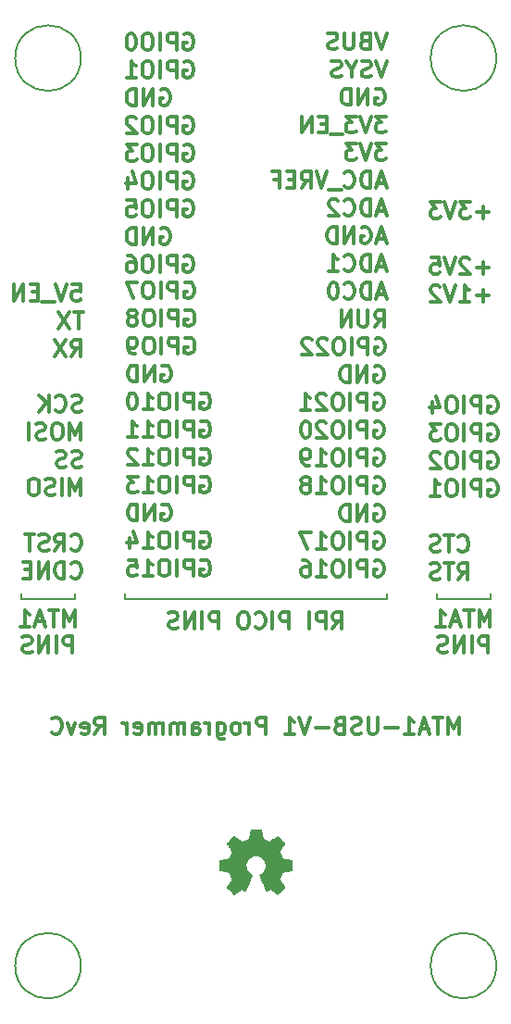
<source format=gbr>
%TF.GenerationSoftware,KiCad,Pcbnew,(6.0.4)*%
%TF.CreationDate,2022-08-11T18:10:45+02:00*%
%TF.ProjectId,mta1-usb-ch552-programmer,6d746131-2d75-4736-922d-63683535322d,rev?*%
%TF.SameCoordinates,Original*%
%TF.FileFunction,Legend,Bot*%
%TF.FilePolarity,Positive*%
%FSLAX46Y46*%
G04 Gerber Fmt 4.6, Leading zero omitted, Abs format (unit mm)*
G04 Created by KiCad (PCBNEW (6.0.4)) date 2022-08-11 18:10:45*
%MOMM*%
%LPD*%
G01*
G04 APERTURE LIST*
%ADD10C,0.300000*%
%ADD11C,0.200000*%
%ADD12C,0.010000*%
G04 APERTURE END LIST*
D10*
X159071428Y-114288571D02*
X159071428Y-112788571D01*
X158571428Y-113860000D01*
X158071428Y-112788571D01*
X158071428Y-114288571D01*
X157571428Y-112788571D02*
X156714285Y-112788571D01*
X157142857Y-114288571D02*
X157142857Y-112788571D01*
X156285714Y-113860000D02*
X155571428Y-113860000D01*
X156428571Y-114288571D02*
X155928571Y-112788571D01*
X155428571Y-114288571D01*
X154142857Y-114288571D02*
X155000000Y-114288571D01*
X154571428Y-114288571D02*
X154571428Y-112788571D01*
X154714285Y-113002857D01*
X154857142Y-113145714D01*
X155000000Y-113217142D01*
X153500000Y-113717142D02*
X152357142Y-113717142D01*
X151642857Y-112788571D02*
X151642857Y-114002857D01*
X151571428Y-114145714D01*
X151500000Y-114217142D01*
X151357142Y-114288571D01*
X151071428Y-114288571D01*
X150928571Y-114217142D01*
X150857142Y-114145714D01*
X150785714Y-114002857D01*
X150785714Y-112788571D01*
X150142857Y-114217142D02*
X149928571Y-114288571D01*
X149571428Y-114288571D01*
X149428571Y-114217142D01*
X149357142Y-114145714D01*
X149285714Y-114002857D01*
X149285714Y-113860000D01*
X149357142Y-113717142D01*
X149428571Y-113645714D01*
X149571428Y-113574285D01*
X149857142Y-113502857D01*
X150000000Y-113431428D01*
X150071428Y-113360000D01*
X150142857Y-113217142D01*
X150142857Y-113074285D01*
X150071428Y-112931428D01*
X150000000Y-112860000D01*
X149857142Y-112788571D01*
X149500000Y-112788571D01*
X149285714Y-112860000D01*
X148142857Y-113502857D02*
X147928571Y-113574285D01*
X147857142Y-113645714D01*
X147785714Y-113788571D01*
X147785714Y-114002857D01*
X147857142Y-114145714D01*
X147928571Y-114217142D01*
X148071428Y-114288571D01*
X148642857Y-114288571D01*
X148642857Y-112788571D01*
X148142857Y-112788571D01*
X148000000Y-112860000D01*
X147928571Y-112931428D01*
X147857142Y-113074285D01*
X147857142Y-113217142D01*
X147928571Y-113360000D01*
X148000000Y-113431428D01*
X148142857Y-113502857D01*
X148642857Y-113502857D01*
X147142857Y-113717142D02*
X146000000Y-113717142D01*
X145500000Y-112788571D02*
X145000000Y-114288571D01*
X144500000Y-112788571D01*
X143214285Y-114288571D02*
X144071428Y-114288571D01*
X143642857Y-114288571D02*
X143642857Y-112788571D01*
X143785714Y-113002857D01*
X143928571Y-113145714D01*
X144071428Y-113217142D01*
X141428571Y-114288571D02*
X141428571Y-112788571D01*
X140857142Y-112788571D01*
X140714285Y-112860000D01*
X140642857Y-112931428D01*
X140571428Y-113074285D01*
X140571428Y-113288571D01*
X140642857Y-113431428D01*
X140714285Y-113502857D01*
X140857142Y-113574285D01*
X141428571Y-113574285D01*
X139928571Y-114288571D02*
X139928571Y-113288571D01*
X139928571Y-113574285D02*
X139857142Y-113431428D01*
X139785714Y-113360000D01*
X139642857Y-113288571D01*
X139500000Y-113288571D01*
X138785714Y-114288571D02*
X138928571Y-114217142D01*
X139000000Y-114145714D01*
X139071428Y-114002857D01*
X139071428Y-113574285D01*
X139000000Y-113431428D01*
X138928571Y-113360000D01*
X138785714Y-113288571D01*
X138571428Y-113288571D01*
X138428571Y-113360000D01*
X138357142Y-113431428D01*
X138285714Y-113574285D01*
X138285714Y-114002857D01*
X138357142Y-114145714D01*
X138428571Y-114217142D01*
X138571428Y-114288571D01*
X138785714Y-114288571D01*
X137000000Y-113288571D02*
X137000000Y-114502857D01*
X137071428Y-114645714D01*
X137142857Y-114717142D01*
X137285714Y-114788571D01*
X137500000Y-114788571D01*
X137642857Y-114717142D01*
X137000000Y-114217142D02*
X137142857Y-114288571D01*
X137428571Y-114288571D01*
X137571428Y-114217142D01*
X137642857Y-114145714D01*
X137714285Y-114002857D01*
X137714285Y-113574285D01*
X137642857Y-113431428D01*
X137571428Y-113360000D01*
X137428571Y-113288571D01*
X137142857Y-113288571D01*
X137000000Y-113360000D01*
X136285714Y-114288571D02*
X136285714Y-113288571D01*
X136285714Y-113574285D02*
X136214285Y-113431428D01*
X136142857Y-113360000D01*
X136000000Y-113288571D01*
X135857142Y-113288571D01*
X134714285Y-114288571D02*
X134714285Y-113502857D01*
X134785714Y-113360000D01*
X134928571Y-113288571D01*
X135214285Y-113288571D01*
X135357142Y-113360000D01*
X134714285Y-114217142D02*
X134857142Y-114288571D01*
X135214285Y-114288571D01*
X135357142Y-114217142D01*
X135428571Y-114074285D01*
X135428571Y-113931428D01*
X135357142Y-113788571D01*
X135214285Y-113717142D01*
X134857142Y-113717142D01*
X134714285Y-113645714D01*
X134000000Y-114288571D02*
X134000000Y-113288571D01*
X134000000Y-113431428D02*
X133928571Y-113360000D01*
X133785714Y-113288571D01*
X133571428Y-113288571D01*
X133428571Y-113360000D01*
X133357142Y-113502857D01*
X133357142Y-114288571D01*
X133357142Y-113502857D02*
X133285714Y-113360000D01*
X133142857Y-113288571D01*
X132928571Y-113288571D01*
X132785714Y-113360000D01*
X132714285Y-113502857D01*
X132714285Y-114288571D01*
X132000000Y-114288571D02*
X132000000Y-113288571D01*
X132000000Y-113431428D02*
X131928571Y-113360000D01*
X131785714Y-113288571D01*
X131571428Y-113288571D01*
X131428571Y-113360000D01*
X131357142Y-113502857D01*
X131357142Y-114288571D01*
X131357142Y-113502857D02*
X131285714Y-113360000D01*
X131142857Y-113288571D01*
X130928571Y-113288571D01*
X130785714Y-113360000D01*
X130714285Y-113502857D01*
X130714285Y-114288571D01*
X129428571Y-114217142D02*
X129571428Y-114288571D01*
X129857142Y-114288571D01*
X130000000Y-114217142D01*
X130071428Y-114074285D01*
X130071428Y-113502857D01*
X130000000Y-113360000D01*
X129857142Y-113288571D01*
X129571428Y-113288571D01*
X129428571Y-113360000D01*
X129357142Y-113502857D01*
X129357142Y-113645714D01*
X130071428Y-113788571D01*
X128714285Y-114288571D02*
X128714285Y-113288571D01*
X128714285Y-113574285D02*
X128642857Y-113431428D01*
X128571428Y-113360000D01*
X128428571Y-113288571D01*
X128285714Y-113288571D01*
X125785714Y-114288571D02*
X126285714Y-113574285D01*
X126642857Y-114288571D02*
X126642857Y-112788571D01*
X126071428Y-112788571D01*
X125928571Y-112860000D01*
X125857142Y-112931428D01*
X125785714Y-113074285D01*
X125785714Y-113288571D01*
X125857142Y-113431428D01*
X125928571Y-113502857D01*
X126071428Y-113574285D01*
X126642857Y-113574285D01*
X124571428Y-114217142D02*
X124714285Y-114288571D01*
X125000000Y-114288571D01*
X125142857Y-114217142D01*
X125214285Y-114074285D01*
X125214285Y-113502857D01*
X125142857Y-113360000D01*
X125000000Y-113288571D01*
X124714285Y-113288571D01*
X124571428Y-113360000D01*
X124500000Y-113502857D01*
X124500000Y-113645714D01*
X125214285Y-113788571D01*
X124000000Y-113288571D02*
X123642857Y-114288571D01*
X123285714Y-113288571D01*
X121857142Y-114145714D02*
X121928571Y-114217142D01*
X122142857Y-114288571D01*
X122285714Y-114288571D01*
X122500000Y-114217142D01*
X122642857Y-114074285D01*
X122714285Y-113931428D01*
X122785714Y-113645714D01*
X122785714Y-113431428D01*
X122714285Y-113145714D01*
X122642857Y-113002857D01*
X122500000Y-112860000D01*
X122285714Y-112788571D01*
X122142857Y-112788571D01*
X121928571Y-112860000D01*
X121857142Y-112931428D01*
D11*
X124500000Y-52500000D02*
G75*
G03*
X124500000Y-52500000I-3000000J0D01*
G01*
X157100000Y-102000000D02*
X162000000Y-102000000D01*
X119100000Y-102000000D02*
X124000000Y-102000000D01*
X162500000Y-52500000D02*
G75*
G03*
X162500000Y-52500000I-3000000J0D01*
G01*
X162500000Y-135500000D02*
G75*
G03*
X162500000Y-135500000I-3000000J0D01*
G01*
X119100000Y-101500000D02*
X119100000Y-102000000D01*
X124500000Y-135500000D02*
G75*
G03*
X124500000Y-135500000I-3000000J0D01*
G01*
X162000000Y-101500000D02*
X162000000Y-102000000D01*
X128500000Y-102000000D02*
X152500000Y-102000000D01*
X124000000Y-101500000D02*
X124000000Y-102000000D01*
X157100000Y-101500000D02*
X157100000Y-102000000D01*
X128500000Y-101500000D02*
X128500000Y-102000000D01*
X152500000Y-101500000D02*
X152500000Y-102000000D01*
D10*
X151362142Y-93410000D02*
X151505000Y-93338571D01*
X151719285Y-93338571D01*
X151933571Y-93410000D01*
X152076428Y-93552857D01*
X152147857Y-93695714D01*
X152219285Y-93981428D01*
X152219285Y-94195714D01*
X152147857Y-94481428D01*
X152076428Y-94624285D01*
X151933571Y-94767142D01*
X151719285Y-94838571D01*
X151576428Y-94838571D01*
X151362142Y-94767142D01*
X151290714Y-94695714D01*
X151290714Y-94195714D01*
X151576428Y-94195714D01*
X150647857Y-94838571D02*
X150647857Y-93338571D01*
X149790714Y-94838571D01*
X149790714Y-93338571D01*
X149076428Y-94838571D02*
X149076428Y-93338571D01*
X148719285Y-93338571D01*
X148505000Y-93410000D01*
X148362142Y-93552857D01*
X148290714Y-93695714D01*
X148219285Y-93981428D01*
X148219285Y-94195714D01*
X148290714Y-94481428D01*
X148362142Y-94624285D01*
X148505000Y-94767142D01*
X148719285Y-94838571D01*
X149076428Y-94838571D01*
X124559285Y-89847142D02*
X124345000Y-89918571D01*
X123987857Y-89918571D01*
X123845000Y-89847142D01*
X123773571Y-89775714D01*
X123702142Y-89632857D01*
X123702142Y-89490000D01*
X123773571Y-89347142D01*
X123845000Y-89275714D01*
X123987857Y-89204285D01*
X124273571Y-89132857D01*
X124416428Y-89061428D01*
X124487857Y-88990000D01*
X124559285Y-88847142D01*
X124559285Y-88704285D01*
X124487857Y-88561428D01*
X124416428Y-88490000D01*
X124273571Y-88418571D01*
X123916428Y-88418571D01*
X123702142Y-88490000D01*
X123130714Y-89847142D02*
X122916428Y-89918571D01*
X122559285Y-89918571D01*
X122416428Y-89847142D01*
X122345000Y-89775714D01*
X122273571Y-89632857D01*
X122273571Y-89490000D01*
X122345000Y-89347142D01*
X122416428Y-89275714D01*
X122559285Y-89204285D01*
X122845000Y-89132857D01*
X122987857Y-89061428D01*
X123059285Y-88990000D01*
X123130714Y-88847142D01*
X123130714Y-88704285D01*
X123059285Y-88561428D01*
X122987857Y-88490000D01*
X122845000Y-88418571D01*
X122487857Y-88418571D01*
X122273571Y-88490000D01*
X161837857Y-71687142D02*
X160695000Y-71687142D01*
X161266428Y-72258571D02*
X161266428Y-71115714D01*
X160052142Y-70901428D02*
X159980714Y-70830000D01*
X159837857Y-70758571D01*
X159480714Y-70758571D01*
X159337857Y-70830000D01*
X159266428Y-70901428D01*
X159195000Y-71044285D01*
X159195000Y-71187142D01*
X159266428Y-71401428D01*
X160123571Y-72258571D01*
X159195000Y-72258571D01*
X158766428Y-70758571D02*
X158266428Y-72258571D01*
X157766428Y-70758571D01*
X156552142Y-70758571D02*
X157266428Y-70758571D01*
X157337857Y-71472857D01*
X157266428Y-71401428D01*
X157123571Y-71330000D01*
X156766428Y-71330000D01*
X156623571Y-71401428D01*
X156552142Y-71472857D01*
X156480714Y-71615714D01*
X156480714Y-71972857D01*
X156552142Y-72115714D01*
X156623571Y-72187142D01*
X156766428Y-72258571D01*
X157123571Y-72258571D01*
X157266428Y-72187142D01*
X157337857Y-72115714D01*
X135495000Y-85750000D02*
X135637857Y-85678571D01*
X135852142Y-85678571D01*
X136066428Y-85750000D01*
X136209285Y-85892857D01*
X136280714Y-86035714D01*
X136352142Y-86321428D01*
X136352142Y-86535714D01*
X136280714Y-86821428D01*
X136209285Y-86964285D01*
X136066428Y-87107142D01*
X135852142Y-87178571D01*
X135709285Y-87178571D01*
X135495000Y-87107142D01*
X135423571Y-87035714D01*
X135423571Y-86535714D01*
X135709285Y-86535714D01*
X134780714Y-87178571D02*
X134780714Y-85678571D01*
X134209285Y-85678571D01*
X134066428Y-85750000D01*
X133995000Y-85821428D01*
X133923571Y-85964285D01*
X133923571Y-86178571D01*
X133995000Y-86321428D01*
X134066428Y-86392857D01*
X134209285Y-86464285D01*
X134780714Y-86464285D01*
X133280714Y-87178571D02*
X133280714Y-85678571D01*
X132280714Y-85678571D02*
X131995000Y-85678571D01*
X131852142Y-85750000D01*
X131709285Y-85892857D01*
X131637857Y-86178571D01*
X131637857Y-86678571D01*
X131709285Y-86964285D01*
X131852142Y-87107142D01*
X131995000Y-87178571D01*
X132280714Y-87178571D01*
X132423571Y-87107142D01*
X132566428Y-86964285D01*
X132637857Y-86678571D01*
X132637857Y-86178571D01*
X132566428Y-85892857D01*
X132423571Y-85750000D01*
X132280714Y-85678571D01*
X130209285Y-87178571D02*
X131066428Y-87178571D01*
X130637857Y-87178571D02*
X130637857Y-85678571D01*
X130780714Y-85892857D01*
X130923571Y-86035714D01*
X131066428Y-86107142D01*
X128780714Y-87178571D02*
X129637857Y-87178571D01*
X129209285Y-87178571D02*
X129209285Y-85678571D01*
X129352142Y-85892857D01*
X129495000Y-86035714D01*
X129637857Y-86107142D01*
X152462142Y-50198571D02*
X151962142Y-51698571D01*
X151462142Y-50198571D01*
X150462142Y-50912857D02*
X150247857Y-50984285D01*
X150176428Y-51055714D01*
X150105000Y-51198571D01*
X150105000Y-51412857D01*
X150176428Y-51555714D01*
X150247857Y-51627142D01*
X150390714Y-51698571D01*
X150962142Y-51698571D01*
X150962142Y-50198571D01*
X150462142Y-50198571D01*
X150319285Y-50270000D01*
X150247857Y-50341428D01*
X150176428Y-50484285D01*
X150176428Y-50627142D01*
X150247857Y-50770000D01*
X150319285Y-50841428D01*
X150462142Y-50912857D01*
X150962142Y-50912857D01*
X149462142Y-50198571D02*
X149462142Y-51412857D01*
X149390714Y-51555714D01*
X149319285Y-51627142D01*
X149176428Y-51698571D01*
X148890714Y-51698571D01*
X148747857Y-51627142D01*
X148676428Y-51555714D01*
X148605000Y-51412857D01*
X148605000Y-50198571D01*
X147962142Y-51627142D02*
X147747857Y-51698571D01*
X147390714Y-51698571D01*
X147247857Y-51627142D01*
X147176428Y-51555714D01*
X147105000Y-51412857D01*
X147105000Y-51270000D01*
X147176428Y-51127142D01*
X147247857Y-51055714D01*
X147390714Y-50984285D01*
X147676428Y-50912857D01*
X147819285Y-50841428D01*
X147890714Y-50770000D01*
X147962142Y-50627142D01*
X147962142Y-50484285D01*
X147890714Y-50341428D01*
X147819285Y-50270000D01*
X147676428Y-50198571D01*
X147319285Y-50198571D01*
X147105000Y-50270000D01*
X133966428Y-70650000D02*
X134109285Y-70578571D01*
X134323571Y-70578571D01*
X134537857Y-70650000D01*
X134680714Y-70792857D01*
X134752142Y-70935714D01*
X134823571Y-71221428D01*
X134823571Y-71435714D01*
X134752142Y-71721428D01*
X134680714Y-71864285D01*
X134537857Y-72007142D01*
X134323571Y-72078571D01*
X134180714Y-72078571D01*
X133966428Y-72007142D01*
X133895000Y-71935714D01*
X133895000Y-71435714D01*
X134180714Y-71435714D01*
X133252142Y-72078571D02*
X133252142Y-70578571D01*
X132680714Y-70578571D01*
X132537857Y-70650000D01*
X132466428Y-70721428D01*
X132395000Y-70864285D01*
X132395000Y-71078571D01*
X132466428Y-71221428D01*
X132537857Y-71292857D01*
X132680714Y-71364285D01*
X133252142Y-71364285D01*
X131752142Y-72078571D02*
X131752142Y-70578571D01*
X130752142Y-70578571D02*
X130466428Y-70578571D01*
X130323571Y-70650000D01*
X130180714Y-70792857D01*
X130109285Y-71078571D01*
X130109285Y-71578571D01*
X130180714Y-71864285D01*
X130323571Y-72007142D01*
X130466428Y-72078571D01*
X130752142Y-72078571D01*
X130895000Y-72007142D01*
X131037857Y-71864285D01*
X131109285Y-71578571D01*
X131109285Y-71078571D01*
X131037857Y-70792857D01*
X130895000Y-70650000D01*
X130752142Y-70578571D01*
X128823571Y-70578571D02*
X129109285Y-70578571D01*
X129252142Y-70650000D01*
X129323571Y-70721428D01*
X129466428Y-70935714D01*
X129537857Y-71221428D01*
X129537857Y-71792857D01*
X129466428Y-71935714D01*
X129395000Y-72007142D01*
X129252142Y-72078571D01*
X128966428Y-72078571D01*
X128823571Y-72007142D01*
X128752142Y-71935714D01*
X128680714Y-71792857D01*
X128680714Y-71435714D01*
X128752142Y-71292857D01*
X128823571Y-71221428D01*
X128966428Y-71150000D01*
X129252142Y-71150000D01*
X129395000Y-71221428D01*
X129466428Y-71292857D01*
X129537857Y-71435714D01*
X161837857Y-74227142D02*
X160695000Y-74227142D01*
X161266428Y-74798571D02*
X161266428Y-73655714D01*
X159195000Y-74798571D02*
X160052142Y-74798571D01*
X159623571Y-74798571D02*
X159623571Y-73298571D01*
X159766428Y-73512857D01*
X159909285Y-73655714D01*
X160052142Y-73727142D01*
X158766428Y-73298571D02*
X158266428Y-74798571D01*
X157766428Y-73298571D01*
X157337857Y-73441428D02*
X157266428Y-73370000D01*
X157123571Y-73298571D01*
X156766428Y-73298571D01*
X156623571Y-73370000D01*
X156552142Y-73441428D01*
X156480714Y-73584285D01*
X156480714Y-73727142D01*
X156552142Y-73941428D01*
X157409285Y-74798571D01*
X156480714Y-74798571D01*
X131823571Y-68110000D02*
X131966428Y-68038571D01*
X132180714Y-68038571D01*
X132395000Y-68110000D01*
X132537857Y-68252857D01*
X132609285Y-68395714D01*
X132680714Y-68681428D01*
X132680714Y-68895714D01*
X132609285Y-69181428D01*
X132537857Y-69324285D01*
X132395000Y-69467142D01*
X132180714Y-69538571D01*
X132037857Y-69538571D01*
X131823571Y-69467142D01*
X131752142Y-69395714D01*
X131752142Y-68895714D01*
X132037857Y-68895714D01*
X131109285Y-69538571D02*
X131109285Y-68038571D01*
X130252142Y-69538571D01*
X130252142Y-68038571D01*
X129537857Y-69538571D02*
X129537857Y-68038571D01*
X129180714Y-68038571D01*
X128966428Y-68110000D01*
X128823571Y-68252857D01*
X128752142Y-68395714D01*
X128680714Y-68681428D01*
X128680714Y-68895714D01*
X128752142Y-69181428D01*
X128823571Y-69324285D01*
X128966428Y-69467142D01*
X129180714Y-69538571D01*
X129537857Y-69538571D01*
X161766428Y-88610000D02*
X161909285Y-88538571D01*
X162123571Y-88538571D01*
X162337857Y-88610000D01*
X162480714Y-88752857D01*
X162552142Y-88895714D01*
X162623571Y-89181428D01*
X162623571Y-89395714D01*
X162552142Y-89681428D01*
X162480714Y-89824285D01*
X162337857Y-89967142D01*
X162123571Y-90038571D01*
X161980714Y-90038571D01*
X161766428Y-89967142D01*
X161695000Y-89895714D01*
X161695000Y-89395714D01*
X161980714Y-89395714D01*
X161052142Y-90038571D02*
X161052142Y-88538571D01*
X160480714Y-88538571D01*
X160337857Y-88610000D01*
X160266428Y-88681428D01*
X160195000Y-88824285D01*
X160195000Y-89038571D01*
X160266428Y-89181428D01*
X160337857Y-89252857D01*
X160480714Y-89324285D01*
X161052142Y-89324285D01*
X159552142Y-90038571D02*
X159552142Y-88538571D01*
X158552142Y-88538571D02*
X158266428Y-88538571D01*
X158123571Y-88610000D01*
X157980714Y-88752857D01*
X157909285Y-89038571D01*
X157909285Y-89538571D01*
X157980714Y-89824285D01*
X158123571Y-89967142D01*
X158266428Y-90038571D01*
X158552142Y-90038571D01*
X158695000Y-89967142D01*
X158837857Y-89824285D01*
X158909285Y-89538571D01*
X158909285Y-89038571D01*
X158837857Y-88752857D01*
X158695000Y-88610000D01*
X158552142Y-88538571D01*
X157337857Y-88681428D02*
X157266428Y-88610000D01*
X157123571Y-88538571D01*
X156766428Y-88538571D01*
X156623571Y-88610000D01*
X156552142Y-88681428D01*
X156480714Y-88824285D01*
X156480714Y-88967142D01*
X156552142Y-89181428D01*
X157409285Y-90038571D01*
X156480714Y-90038571D01*
X151462142Y-78190000D02*
X151605000Y-78118571D01*
X151819285Y-78118571D01*
X152033571Y-78190000D01*
X152176428Y-78332857D01*
X152247857Y-78475714D01*
X152319285Y-78761428D01*
X152319285Y-78975714D01*
X152247857Y-79261428D01*
X152176428Y-79404285D01*
X152033571Y-79547142D01*
X151819285Y-79618571D01*
X151676428Y-79618571D01*
X151462142Y-79547142D01*
X151390714Y-79475714D01*
X151390714Y-78975714D01*
X151676428Y-78975714D01*
X150747857Y-79618571D02*
X150747857Y-78118571D01*
X150176428Y-78118571D01*
X150033571Y-78190000D01*
X149962142Y-78261428D01*
X149890714Y-78404285D01*
X149890714Y-78618571D01*
X149962142Y-78761428D01*
X150033571Y-78832857D01*
X150176428Y-78904285D01*
X150747857Y-78904285D01*
X149247857Y-79618571D02*
X149247857Y-78118571D01*
X148247857Y-78118571D02*
X147962142Y-78118571D01*
X147819285Y-78190000D01*
X147676428Y-78332857D01*
X147605000Y-78618571D01*
X147605000Y-79118571D01*
X147676428Y-79404285D01*
X147819285Y-79547142D01*
X147962142Y-79618571D01*
X148247857Y-79618571D01*
X148390714Y-79547142D01*
X148533571Y-79404285D01*
X148605000Y-79118571D01*
X148605000Y-78618571D01*
X148533571Y-78332857D01*
X148390714Y-78190000D01*
X148247857Y-78118571D01*
X147033571Y-78261428D02*
X146962142Y-78190000D01*
X146819285Y-78118571D01*
X146462142Y-78118571D01*
X146319285Y-78190000D01*
X146247857Y-78261428D01*
X146176428Y-78404285D01*
X146176428Y-78547142D01*
X146247857Y-78761428D01*
X147105000Y-79618571D01*
X146176428Y-79618571D01*
X145605000Y-78261428D02*
X145533571Y-78190000D01*
X145390714Y-78118571D01*
X145033571Y-78118571D01*
X144890714Y-78190000D01*
X144819285Y-78261428D01*
X144747857Y-78404285D01*
X144747857Y-78547142D01*
X144819285Y-78761428D01*
X145676428Y-79618571D01*
X144747857Y-79618571D01*
X123630714Y-97395714D02*
X123702142Y-97467142D01*
X123916428Y-97538571D01*
X124059285Y-97538571D01*
X124273571Y-97467142D01*
X124416428Y-97324285D01*
X124487857Y-97181428D01*
X124559285Y-96895714D01*
X124559285Y-96681428D01*
X124487857Y-96395714D01*
X124416428Y-96252857D01*
X124273571Y-96110000D01*
X124059285Y-96038571D01*
X123916428Y-96038571D01*
X123702142Y-96110000D01*
X123630714Y-96181428D01*
X122130714Y-97538571D02*
X122630714Y-96824285D01*
X122987857Y-97538571D02*
X122987857Y-96038571D01*
X122416428Y-96038571D01*
X122273571Y-96110000D01*
X122202142Y-96181428D01*
X122130714Y-96324285D01*
X122130714Y-96538571D01*
X122202142Y-96681428D01*
X122273571Y-96752857D01*
X122416428Y-96824285D01*
X122987857Y-96824285D01*
X121559285Y-97467142D02*
X121345000Y-97538571D01*
X120987857Y-97538571D01*
X120845000Y-97467142D01*
X120773571Y-97395714D01*
X120702142Y-97252857D01*
X120702142Y-97110000D01*
X120773571Y-96967142D01*
X120845000Y-96895714D01*
X120987857Y-96824285D01*
X121273571Y-96752857D01*
X121416428Y-96681428D01*
X121487857Y-96610000D01*
X121559285Y-96467142D01*
X121559285Y-96324285D01*
X121487857Y-96181428D01*
X121416428Y-96110000D01*
X121273571Y-96038571D01*
X120916428Y-96038571D01*
X120702142Y-96110000D01*
X120273571Y-96038571D02*
X119416428Y-96038571D01*
X119845000Y-97538571D02*
X119845000Y-96038571D01*
X124702142Y-75718571D02*
X123845000Y-75718571D01*
X124273571Y-77218571D02*
X124273571Y-75718571D01*
X123487857Y-75718571D02*
X122487857Y-77218571D01*
X122487857Y-75718571D02*
X123487857Y-77218571D01*
X159052142Y-97515714D02*
X159123571Y-97587142D01*
X159337857Y-97658571D01*
X159480714Y-97658571D01*
X159695000Y-97587142D01*
X159837857Y-97444285D01*
X159909285Y-97301428D01*
X159980714Y-97015714D01*
X159980714Y-96801428D01*
X159909285Y-96515714D01*
X159837857Y-96372857D01*
X159695000Y-96230000D01*
X159480714Y-96158571D01*
X159337857Y-96158571D01*
X159123571Y-96230000D01*
X159052142Y-96301428D01*
X158623571Y-96158571D02*
X157766428Y-96158571D01*
X158195000Y-97658571D02*
X158195000Y-96158571D01*
X157337857Y-97587142D02*
X157123571Y-97658571D01*
X156766428Y-97658571D01*
X156623571Y-97587142D01*
X156552142Y-97515714D01*
X156480714Y-97372857D01*
X156480714Y-97230000D01*
X156552142Y-97087142D01*
X156623571Y-97015714D01*
X156766428Y-96944285D01*
X157052142Y-96872857D01*
X157195000Y-96801428D01*
X157266428Y-96730000D01*
X157337857Y-96587142D01*
X157337857Y-96444285D01*
X157266428Y-96301428D01*
X157195000Y-96230000D01*
X157052142Y-96158571D01*
X156695000Y-96158571D01*
X156480714Y-96230000D01*
X151390714Y-77078571D02*
X151890714Y-76364285D01*
X152247857Y-77078571D02*
X152247857Y-75578571D01*
X151676428Y-75578571D01*
X151533571Y-75650000D01*
X151462142Y-75721428D01*
X151390714Y-75864285D01*
X151390714Y-76078571D01*
X151462142Y-76221428D01*
X151533571Y-76292857D01*
X151676428Y-76364285D01*
X152247857Y-76364285D01*
X150747857Y-75578571D02*
X150747857Y-76792857D01*
X150676428Y-76935714D01*
X150605000Y-77007142D01*
X150462142Y-77078571D01*
X150176428Y-77078571D01*
X150033571Y-77007142D01*
X149962142Y-76935714D01*
X149890714Y-76792857D01*
X149890714Y-75578571D01*
X149176428Y-77078571D02*
X149176428Y-75578571D01*
X148319285Y-77078571D01*
X148319285Y-75578571D01*
X135495000Y-83210000D02*
X135637857Y-83138571D01*
X135852142Y-83138571D01*
X136066428Y-83210000D01*
X136209285Y-83352857D01*
X136280714Y-83495714D01*
X136352142Y-83781428D01*
X136352142Y-83995714D01*
X136280714Y-84281428D01*
X136209285Y-84424285D01*
X136066428Y-84567142D01*
X135852142Y-84638571D01*
X135709285Y-84638571D01*
X135495000Y-84567142D01*
X135423571Y-84495714D01*
X135423571Y-83995714D01*
X135709285Y-83995714D01*
X134780714Y-84638571D02*
X134780714Y-83138571D01*
X134209285Y-83138571D01*
X134066428Y-83210000D01*
X133995000Y-83281428D01*
X133923571Y-83424285D01*
X133923571Y-83638571D01*
X133995000Y-83781428D01*
X134066428Y-83852857D01*
X134209285Y-83924285D01*
X134780714Y-83924285D01*
X133280714Y-84638571D02*
X133280714Y-83138571D01*
X132280714Y-83138571D02*
X131995000Y-83138571D01*
X131852142Y-83210000D01*
X131709285Y-83352857D01*
X131637857Y-83638571D01*
X131637857Y-84138571D01*
X131709285Y-84424285D01*
X131852142Y-84567142D01*
X131995000Y-84638571D01*
X132280714Y-84638571D01*
X132423571Y-84567142D01*
X132566428Y-84424285D01*
X132637857Y-84138571D01*
X132637857Y-83638571D01*
X132566428Y-83352857D01*
X132423571Y-83210000D01*
X132280714Y-83138571D01*
X130209285Y-84638571D02*
X131066428Y-84638571D01*
X130637857Y-84638571D02*
X130637857Y-83138571D01*
X130780714Y-83352857D01*
X130923571Y-83495714D01*
X131066428Y-83567142D01*
X129280714Y-83138571D02*
X129137857Y-83138571D01*
X128995000Y-83210000D01*
X128923571Y-83281428D01*
X128852142Y-83424285D01*
X128780714Y-83710000D01*
X128780714Y-84067142D01*
X128852142Y-84352857D01*
X128923571Y-84495714D01*
X128995000Y-84567142D01*
X129137857Y-84638571D01*
X129280714Y-84638571D01*
X129423571Y-84567142D01*
X129495000Y-84495714D01*
X129566428Y-84352857D01*
X129637857Y-84067142D01*
X129637857Y-83710000D01*
X129566428Y-83424285D01*
X129495000Y-83281428D01*
X129423571Y-83210000D01*
X129280714Y-83138571D01*
X123928571Y-104471071D02*
X123928571Y-102971071D01*
X123428571Y-104042500D01*
X122928571Y-102971071D01*
X122928571Y-104471071D01*
X122428571Y-102971071D02*
X121571428Y-102971071D01*
X122000000Y-104471071D02*
X122000000Y-102971071D01*
X121142857Y-104042500D02*
X120428571Y-104042500D01*
X121285714Y-104471071D02*
X120785714Y-102971071D01*
X120285714Y-104471071D01*
X119000000Y-104471071D02*
X119857142Y-104471071D01*
X119428571Y-104471071D02*
X119428571Y-102971071D01*
X119571428Y-103185357D01*
X119714285Y-103328214D01*
X119857142Y-103399642D01*
X123750000Y-106886071D02*
X123750000Y-105386071D01*
X123178571Y-105386071D01*
X123035714Y-105457500D01*
X122964285Y-105528928D01*
X122892857Y-105671785D01*
X122892857Y-105886071D01*
X122964285Y-106028928D01*
X123035714Y-106100357D01*
X123178571Y-106171785D01*
X123750000Y-106171785D01*
X122250000Y-106886071D02*
X122250000Y-105386071D01*
X121535714Y-106886071D02*
X121535714Y-105386071D01*
X120678571Y-106886071D01*
X120678571Y-105386071D01*
X120035714Y-106814642D02*
X119821428Y-106886071D01*
X119464285Y-106886071D01*
X119321428Y-106814642D01*
X119250000Y-106743214D01*
X119178571Y-106600357D01*
X119178571Y-106457500D01*
X119250000Y-106314642D01*
X119321428Y-106243214D01*
X119464285Y-106171785D01*
X119750000Y-106100357D01*
X119892857Y-106028928D01*
X119964285Y-105957500D01*
X120035714Y-105814642D01*
X120035714Y-105671785D01*
X119964285Y-105528928D01*
X119892857Y-105457500D01*
X119750000Y-105386071D01*
X119392857Y-105386071D01*
X119178571Y-105457500D01*
X161837857Y-66607142D02*
X160695000Y-66607142D01*
X161266428Y-67178571D02*
X161266428Y-66035714D01*
X160123571Y-65678571D02*
X159195000Y-65678571D01*
X159695000Y-66250000D01*
X159480714Y-66250000D01*
X159337857Y-66321428D01*
X159266428Y-66392857D01*
X159195000Y-66535714D01*
X159195000Y-66892857D01*
X159266428Y-67035714D01*
X159337857Y-67107142D01*
X159480714Y-67178571D01*
X159909285Y-67178571D01*
X160052142Y-67107142D01*
X160123571Y-67035714D01*
X158766428Y-65678571D02*
X158266428Y-67178571D01*
X157766428Y-65678571D01*
X157409285Y-65678571D02*
X156480714Y-65678571D01*
X156980714Y-66250000D01*
X156766428Y-66250000D01*
X156623571Y-66321428D01*
X156552142Y-66392857D01*
X156480714Y-66535714D01*
X156480714Y-66892857D01*
X156552142Y-67035714D01*
X156623571Y-67107142D01*
X156766428Y-67178571D01*
X157195000Y-67178571D01*
X157337857Y-67107142D01*
X157409285Y-67035714D01*
X131823571Y-55410000D02*
X131966428Y-55338571D01*
X132180714Y-55338571D01*
X132395000Y-55410000D01*
X132537857Y-55552857D01*
X132609285Y-55695714D01*
X132680714Y-55981428D01*
X132680714Y-56195714D01*
X132609285Y-56481428D01*
X132537857Y-56624285D01*
X132395000Y-56767142D01*
X132180714Y-56838571D01*
X132037857Y-56838571D01*
X131823571Y-56767142D01*
X131752142Y-56695714D01*
X131752142Y-56195714D01*
X132037857Y-56195714D01*
X131109285Y-56838571D02*
X131109285Y-55338571D01*
X130252142Y-56838571D01*
X130252142Y-55338571D01*
X129537857Y-56838571D02*
X129537857Y-55338571D01*
X129180714Y-55338571D01*
X128966428Y-55410000D01*
X128823571Y-55552857D01*
X128752142Y-55695714D01*
X128680714Y-55981428D01*
X128680714Y-56195714D01*
X128752142Y-56481428D01*
X128823571Y-56624285D01*
X128966428Y-56767142D01*
X129180714Y-56838571D01*
X129537857Y-56838571D01*
X123630714Y-99935714D02*
X123702142Y-100007142D01*
X123916428Y-100078571D01*
X124059285Y-100078571D01*
X124273571Y-100007142D01*
X124416428Y-99864285D01*
X124487857Y-99721428D01*
X124559285Y-99435714D01*
X124559285Y-99221428D01*
X124487857Y-98935714D01*
X124416428Y-98792857D01*
X124273571Y-98650000D01*
X124059285Y-98578571D01*
X123916428Y-98578571D01*
X123702142Y-98650000D01*
X123630714Y-98721428D01*
X122987857Y-100078571D02*
X122987857Y-98578571D01*
X122630714Y-98578571D01*
X122416428Y-98650000D01*
X122273571Y-98792857D01*
X122202142Y-98935714D01*
X122130714Y-99221428D01*
X122130714Y-99435714D01*
X122202142Y-99721428D01*
X122273571Y-99864285D01*
X122416428Y-100007142D01*
X122630714Y-100078571D01*
X122987857Y-100078571D01*
X121487857Y-100078571D02*
X121487857Y-98578571D01*
X120630714Y-100078571D01*
X120630714Y-98578571D01*
X119916428Y-99292857D02*
X119416428Y-99292857D01*
X119202142Y-100078571D02*
X119916428Y-100078571D01*
X119916428Y-98578571D01*
X119202142Y-98578571D01*
X151362142Y-98490000D02*
X151505000Y-98418571D01*
X151719285Y-98418571D01*
X151933571Y-98490000D01*
X152076428Y-98632857D01*
X152147857Y-98775714D01*
X152219285Y-99061428D01*
X152219285Y-99275714D01*
X152147857Y-99561428D01*
X152076428Y-99704285D01*
X151933571Y-99847142D01*
X151719285Y-99918571D01*
X151576428Y-99918571D01*
X151362142Y-99847142D01*
X151290714Y-99775714D01*
X151290714Y-99275714D01*
X151576428Y-99275714D01*
X150647857Y-99918571D02*
X150647857Y-98418571D01*
X150076428Y-98418571D01*
X149933571Y-98490000D01*
X149862142Y-98561428D01*
X149790714Y-98704285D01*
X149790714Y-98918571D01*
X149862142Y-99061428D01*
X149933571Y-99132857D01*
X150076428Y-99204285D01*
X150647857Y-99204285D01*
X149147857Y-99918571D02*
X149147857Y-98418571D01*
X148147857Y-98418571D02*
X147862142Y-98418571D01*
X147719285Y-98490000D01*
X147576428Y-98632857D01*
X147505000Y-98918571D01*
X147505000Y-99418571D01*
X147576428Y-99704285D01*
X147719285Y-99847142D01*
X147862142Y-99918571D01*
X148147857Y-99918571D01*
X148290714Y-99847142D01*
X148433571Y-99704285D01*
X148505000Y-99418571D01*
X148505000Y-98918571D01*
X148433571Y-98632857D01*
X148290714Y-98490000D01*
X148147857Y-98418571D01*
X146076428Y-99918571D02*
X146933571Y-99918571D01*
X146505000Y-99918571D02*
X146505000Y-98418571D01*
X146647857Y-98632857D01*
X146790714Y-98775714D01*
X146933571Y-98847142D01*
X144790714Y-98418571D02*
X145076428Y-98418571D01*
X145219285Y-98490000D01*
X145290714Y-98561428D01*
X145433571Y-98775714D01*
X145505000Y-99061428D01*
X145505000Y-99632857D01*
X145433571Y-99775714D01*
X145362142Y-99847142D01*
X145219285Y-99918571D01*
X144933571Y-99918571D01*
X144790714Y-99847142D01*
X144719285Y-99775714D01*
X144647857Y-99632857D01*
X144647857Y-99275714D01*
X144719285Y-99132857D01*
X144790714Y-99061428D01*
X144933571Y-98990000D01*
X145219285Y-98990000D01*
X145362142Y-99061428D01*
X145433571Y-99132857D01*
X145505000Y-99275714D01*
X134066428Y-75590000D02*
X134209285Y-75518571D01*
X134423571Y-75518571D01*
X134637857Y-75590000D01*
X134780714Y-75732857D01*
X134852142Y-75875714D01*
X134923571Y-76161428D01*
X134923571Y-76375714D01*
X134852142Y-76661428D01*
X134780714Y-76804285D01*
X134637857Y-76947142D01*
X134423571Y-77018571D01*
X134280714Y-77018571D01*
X134066428Y-76947142D01*
X133995000Y-76875714D01*
X133995000Y-76375714D01*
X134280714Y-76375714D01*
X133352142Y-77018571D02*
X133352142Y-75518571D01*
X132780714Y-75518571D01*
X132637857Y-75590000D01*
X132566428Y-75661428D01*
X132495000Y-75804285D01*
X132495000Y-76018571D01*
X132566428Y-76161428D01*
X132637857Y-76232857D01*
X132780714Y-76304285D01*
X133352142Y-76304285D01*
X131852142Y-77018571D02*
X131852142Y-75518571D01*
X130852142Y-75518571D02*
X130566428Y-75518571D01*
X130423571Y-75590000D01*
X130280714Y-75732857D01*
X130209285Y-76018571D01*
X130209285Y-76518571D01*
X130280714Y-76804285D01*
X130423571Y-76947142D01*
X130566428Y-77018571D01*
X130852142Y-77018571D01*
X130995000Y-76947142D01*
X131137857Y-76804285D01*
X131209285Y-76518571D01*
X131209285Y-76018571D01*
X131137857Y-75732857D01*
X130995000Y-75590000D01*
X130852142Y-75518571D01*
X129352142Y-76161428D02*
X129495000Y-76090000D01*
X129566428Y-76018571D01*
X129637857Y-75875714D01*
X129637857Y-75804285D01*
X129566428Y-75661428D01*
X129495000Y-75590000D01*
X129352142Y-75518571D01*
X129066428Y-75518571D01*
X128923571Y-75590000D01*
X128852142Y-75661428D01*
X128780714Y-75804285D01*
X128780714Y-75875714D01*
X128852142Y-76018571D01*
X128923571Y-76090000D01*
X129066428Y-76161428D01*
X129352142Y-76161428D01*
X129495000Y-76232857D01*
X129566428Y-76304285D01*
X129637857Y-76447142D01*
X129637857Y-76732857D01*
X129566428Y-76875714D01*
X129495000Y-76947142D01*
X129352142Y-77018571D01*
X129066428Y-77018571D01*
X128923571Y-76947142D01*
X128852142Y-76875714D01*
X128780714Y-76732857D01*
X128780714Y-76447142D01*
X128852142Y-76304285D01*
X128923571Y-76232857D01*
X129066428Y-76161428D01*
X133966428Y-60490000D02*
X134109285Y-60418571D01*
X134323571Y-60418571D01*
X134537857Y-60490000D01*
X134680714Y-60632857D01*
X134752142Y-60775714D01*
X134823571Y-61061428D01*
X134823571Y-61275714D01*
X134752142Y-61561428D01*
X134680714Y-61704285D01*
X134537857Y-61847142D01*
X134323571Y-61918571D01*
X134180714Y-61918571D01*
X133966428Y-61847142D01*
X133895000Y-61775714D01*
X133895000Y-61275714D01*
X134180714Y-61275714D01*
X133252142Y-61918571D02*
X133252142Y-60418571D01*
X132680714Y-60418571D01*
X132537857Y-60490000D01*
X132466428Y-60561428D01*
X132395000Y-60704285D01*
X132395000Y-60918571D01*
X132466428Y-61061428D01*
X132537857Y-61132857D01*
X132680714Y-61204285D01*
X133252142Y-61204285D01*
X131752142Y-61918571D02*
X131752142Y-60418571D01*
X130752142Y-60418571D02*
X130466428Y-60418571D01*
X130323571Y-60490000D01*
X130180714Y-60632857D01*
X130109285Y-60918571D01*
X130109285Y-61418571D01*
X130180714Y-61704285D01*
X130323571Y-61847142D01*
X130466428Y-61918571D01*
X130752142Y-61918571D01*
X130895000Y-61847142D01*
X131037857Y-61704285D01*
X131109285Y-61418571D01*
X131109285Y-60918571D01*
X131037857Y-60632857D01*
X130895000Y-60490000D01*
X130752142Y-60418571D01*
X129609285Y-60418571D02*
X128680714Y-60418571D01*
X129180714Y-60990000D01*
X128966428Y-60990000D01*
X128823571Y-61061428D01*
X128752142Y-61132857D01*
X128680714Y-61275714D01*
X128680714Y-61632857D01*
X128752142Y-61775714D01*
X128823571Y-61847142D01*
X128966428Y-61918571D01*
X129395000Y-61918571D01*
X129537857Y-61847142D01*
X129609285Y-61775714D01*
X151362142Y-88330000D02*
X151505000Y-88258571D01*
X151719285Y-88258571D01*
X151933571Y-88330000D01*
X152076428Y-88472857D01*
X152147857Y-88615714D01*
X152219285Y-88901428D01*
X152219285Y-89115714D01*
X152147857Y-89401428D01*
X152076428Y-89544285D01*
X151933571Y-89687142D01*
X151719285Y-89758571D01*
X151576428Y-89758571D01*
X151362142Y-89687142D01*
X151290714Y-89615714D01*
X151290714Y-89115714D01*
X151576428Y-89115714D01*
X150647857Y-89758571D02*
X150647857Y-88258571D01*
X150076428Y-88258571D01*
X149933571Y-88330000D01*
X149862142Y-88401428D01*
X149790714Y-88544285D01*
X149790714Y-88758571D01*
X149862142Y-88901428D01*
X149933571Y-88972857D01*
X150076428Y-89044285D01*
X150647857Y-89044285D01*
X149147857Y-89758571D02*
X149147857Y-88258571D01*
X148147857Y-88258571D02*
X147862142Y-88258571D01*
X147719285Y-88330000D01*
X147576428Y-88472857D01*
X147505000Y-88758571D01*
X147505000Y-89258571D01*
X147576428Y-89544285D01*
X147719285Y-89687142D01*
X147862142Y-89758571D01*
X148147857Y-89758571D01*
X148290714Y-89687142D01*
X148433571Y-89544285D01*
X148505000Y-89258571D01*
X148505000Y-88758571D01*
X148433571Y-88472857D01*
X148290714Y-88330000D01*
X148147857Y-88258571D01*
X146076428Y-89758571D02*
X146933571Y-89758571D01*
X146505000Y-89758571D02*
X146505000Y-88258571D01*
X146647857Y-88472857D01*
X146790714Y-88615714D01*
X146933571Y-88687142D01*
X145362142Y-89758571D02*
X145076428Y-89758571D01*
X144933571Y-89687142D01*
X144862142Y-89615714D01*
X144719285Y-89401428D01*
X144647857Y-89115714D01*
X144647857Y-88544285D01*
X144719285Y-88401428D01*
X144790714Y-88330000D01*
X144933571Y-88258571D01*
X145219285Y-88258571D01*
X145362142Y-88330000D01*
X145433571Y-88401428D01*
X145505000Y-88544285D01*
X145505000Y-88901428D01*
X145433571Y-89044285D01*
X145362142Y-89115714D01*
X145219285Y-89187142D01*
X144933571Y-89187142D01*
X144790714Y-89115714D01*
X144719285Y-89044285D01*
X144647857Y-88901428D01*
X131923571Y-80670000D02*
X132066428Y-80598571D01*
X132280714Y-80598571D01*
X132495000Y-80670000D01*
X132637857Y-80812857D01*
X132709285Y-80955714D01*
X132780714Y-81241428D01*
X132780714Y-81455714D01*
X132709285Y-81741428D01*
X132637857Y-81884285D01*
X132495000Y-82027142D01*
X132280714Y-82098571D01*
X132137857Y-82098571D01*
X131923571Y-82027142D01*
X131852142Y-81955714D01*
X131852142Y-81455714D01*
X132137857Y-81455714D01*
X131209285Y-82098571D02*
X131209285Y-80598571D01*
X130352142Y-82098571D01*
X130352142Y-80598571D01*
X129637857Y-82098571D02*
X129637857Y-80598571D01*
X129280714Y-80598571D01*
X129066428Y-80670000D01*
X128923571Y-80812857D01*
X128852142Y-80955714D01*
X128780714Y-81241428D01*
X128780714Y-81455714D01*
X128852142Y-81741428D01*
X128923571Y-81884285D01*
X129066428Y-82027142D01*
X129280714Y-82098571D01*
X129637857Y-82098571D01*
X135495000Y-95910000D02*
X135637857Y-95838571D01*
X135852142Y-95838571D01*
X136066428Y-95910000D01*
X136209285Y-96052857D01*
X136280714Y-96195714D01*
X136352142Y-96481428D01*
X136352142Y-96695714D01*
X136280714Y-96981428D01*
X136209285Y-97124285D01*
X136066428Y-97267142D01*
X135852142Y-97338571D01*
X135709285Y-97338571D01*
X135495000Y-97267142D01*
X135423571Y-97195714D01*
X135423571Y-96695714D01*
X135709285Y-96695714D01*
X134780714Y-97338571D02*
X134780714Y-95838571D01*
X134209285Y-95838571D01*
X134066428Y-95910000D01*
X133995000Y-95981428D01*
X133923571Y-96124285D01*
X133923571Y-96338571D01*
X133995000Y-96481428D01*
X134066428Y-96552857D01*
X134209285Y-96624285D01*
X134780714Y-96624285D01*
X133280714Y-97338571D02*
X133280714Y-95838571D01*
X132280714Y-95838571D02*
X131995000Y-95838571D01*
X131852142Y-95910000D01*
X131709285Y-96052857D01*
X131637857Y-96338571D01*
X131637857Y-96838571D01*
X131709285Y-97124285D01*
X131852142Y-97267142D01*
X131995000Y-97338571D01*
X132280714Y-97338571D01*
X132423571Y-97267142D01*
X132566428Y-97124285D01*
X132637857Y-96838571D01*
X132637857Y-96338571D01*
X132566428Y-96052857D01*
X132423571Y-95910000D01*
X132280714Y-95838571D01*
X130209285Y-97338571D02*
X131066428Y-97338571D01*
X130637857Y-97338571D02*
X130637857Y-95838571D01*
X130780714Y-96052857D01*
X130923571Y-96195714D01*
X131066428Y-96267142D01*
X128923571Y-96338571D02*
X128923571Y-97338571D01*
X129280714Y-95767142D02*
X129637857Y-96838571D01*
X128709285Y-96838571D01*
X152319285Y-74110000D02*
X151605000Y-74110000D01*
X152462142Y-74538571D02*
X151962142Y-73038571D01*
X151462142Y-74538571D01*
X150962142Y-74538571D02*
X150962142Y-73038571D01*
X150605000Y-73038571D01*
X150390714Y-73110000D01*
X150247857Y-73252857D01*
X150176428Y-73395714D01*
X150105000Y-73681428D01*
X150105000Y-73895714D01*
X150176428Y-74181428D01*
X150247857Y-74324285D01*
X150390714Y-74467142D01*
X150605000Y-74538571D01*
X150962142Y-74538571D01*
X148605000Y-74395714D02*
X148676428Y-74467142D01*
X148890714Y-74538571D01*
X149033571Y-74538571D01*
X149247857Y-74467142D01*
X149390714Y-74324285D01*
X149462142Y-74181428D01*
X149533571Y-73895714D01*
X149533571Y-73681428D01*
X149462142Y-73395714D01*
X149390714Y-73252857D01*
X149247857Y-73110000D01*
X149033571Y-73038571D01*
X148890714Y-73038571D01*
X148676428Y-73110000D01*
X148605000Y-73181428D01*
X147676428Y-73038571D02*
X147533571Y-73038571D01*
X147390714Y-73110000D01*
X147319285Y-73181428D01*
X147247857Y-73324285D01*
X147176428Y-73610000D01*
X147176428Y-73967142D01*
X147247857Y-74252857D01*
X147319285Y-74395714D01*
X147390714Y-74467142D01*
X147533571Y-74538571D01*
X147676428Y-74538571D01*
X147819285Y-74467142D01*
X147890714Y-74395714D01*
X147962142Y-74252857D01*
X148033571Y-73967142D01*
X148033571Y-73610000D01*
X147962142Y-73324285D01*
X147890714Y-73181428D01*
X147819285Y-73110000D01*
X147676428Y-73038571D01*
X135495000Y-90830000D02*
X135637857Y-90758571D01*
X135852142Y-90758571D01*
X136066428Y-90830000D01*
X136209285Y-90972857D01*
X136280714Y-91115714D01*
X136352142Y-91401428D01*
X136352142Y-91615714D01*
X136280714Y-91901428D01*
X136209285Y-92044285D01*
X136066428Y-92187142D01*
X135852142Y-92258571D01*
X135709285Y-92258571D01*
X135495000Y-92187142D01*
X135423571Y-92115714D01*
X135423571Y-91615714D01*
X135709285Y-91615714D01*
X134780714Y-92258571D02*
X134780714Y-90758571D01*
X134209285Y-90758571D01*
X134066428Y-90830000D01*
X133995000Y-90901428D01*
X133923571Y-91044285D01*
X133923571Y-91258571D01*
X133995000Y-91401428D01*
X134066428Y-91472857D01*
X134209285Y-91544285D01*
X134780714Y-91544285D01*
X133280714Y-92258571D02*
X133280714Y-90758571D01*
X132280714Y-90758571D02*
X131995000Y-90758571D01*
X131852142Y-90830000D01*
X131709285Y-90972857D01*
X131637857Y-91258571D01*
X131637857Y-91758571D01*
X131709285Y-92044285D01*
X131852142Y-92187142D01*
X131995000Y-92258571D01*
X132280714Y-92258571D01*
X132423571Y-92187142D01*
X132566428Y-92044285D01*
X132637857Y-91758571D01*
X132637857Y-91258571D01*
X132566428Y-90972857D01*
X132423571Y-90830000D01*
X132280714Y-90758571D01*
X130209285Y-92258571D02*
X131066428Y-92258571D01*
X130637857Y-92258571D02*
X130637857Y-90758571D01*
X130780714Y-90972857D01*
X130923571Y-91115714D01*
X131066428Y-91187142D01*
X129709285Y-90758571D02*
X128780714Y-90758571D01*
X129280714Y-91330000D01*
X129066428Y-91330000D01*
X128923571Y-91401428D01*
X128852142Y-91472857D01*
X128780714Y-91615714D01*
X128780714Y-91972857D01*
X128852142Y-92115714D01*
X128923571Y-92187142D01*
X129066428Y-92258571D01*
X129495000Y-92258571D01*
X129637857Y-92187142D01*
X129709285Y-92115714D01*
X124487857Y-92458571D02*
X124487857Y-90958571D01*
X123987857Y-92030000D01*
X123487857Y-90958571D01*
X123487857Y-92458571D01*
X122773571Y-92458571D02*
X122773571Y-90958571D01*
X122130714Y-92387142D02*
X121916428Y-92458571D01*
X121559285Y-92458571D01*
X121416428Y-92387142D01*
X121345000Y-92315714D01*
X121273571Y-92172857D01*
X121273571Y-92030000D01*
X121345000Y-91887142D01*
X121416428Y-91815714D01*
X121559285Y-91744285D01*
X121845000Y-91672857D01*
X121987857Y-91601428D01*
X122059285Y-91530000D01*
X122130714Y-91387142D01*
X122130714Y-91244285D01*
X122059285Y-91101428D01*
X121987857Y-91030000D01*
X121845000Y-90958571D01*
X121487857Y-90958571D01*
X121273571Y-91030000D01*
X120345000Y-90958571D02*
X120059285Y-90958571D01*
X119916428Y-91030000D01*
X119773571Y-91172857D01*
X119702142Y-91458571D01*
X119702142Y-91958571D01*
X119773571Y-92244285D01*
X119916428Y-92387142D01*
X120059285Y-92458571D01*
X120345000Y-92458571D01*
X120487857Y-92387142D01*
X120630714Y-92244285D01*
X120702142Y-91958571D01*
X120702142Y-91458571D01*
X120630714Y-91172857D01*
X120487857Y-91030000D01*
X120345000Y-90958571D01*
X151362142Y-90870000D02*
X151505000Y-90798571D01*
X151719285Y-90798571D01*
X151933571Y-90870000D01*
X152076428Y-91012857D01*
X152147857Y-91155714D01*
X152219285Y-91441428D01*
X152219285Y-91655714D01*
X152147857Y-91941428D01*
X152076428Y-92084285D01*
X151933571Y-92227142D01*
X151719285Y-92298571D01*
X151576428Y-92298571D01*
X151362142Y-92227142D01*
X151290714Y-92155714D01*
X151290714Y-91655714D01*
X151576428Y-91655714D01*
X150647857Y-92298571D02*
X150647857Y-90798571D01*
X150076428Y-90798571D01*
X149933571Y-90870000D01*
X149862142Y-90941428D01*
X149790714Y-91084285D01*
X149790714Y-91298571D01*
X149862142Y-91441428D01*
X149933571Y-91512857D01*
X150076428Y-91584285D01*
X150647857Y-91584285D01*
X149147857Y-92298571D02*
X149147857Y-90798571D01*
X148147857Y-90798571D02*
X147862142Y-90798571D01*
X147719285Y-90870000D01*
X147576428Y-91012857D01*
X147505000Y-91298571D01*
X147505000Y-91798571D01*
X147576428Y-92084285D01*
X147719285Y-92227142D01*
X147862142Y-92298571D01*
X148147857Y-92298571D01*
X148290714Y-92227142D01*
X148433571Y-92084285D01*
X148505000Y-91798571D01*
X148505000Y-91298571D01*
X148433571Y-91012857D01*
X148290714Y-90870000D01*
X148147857Y-90798571D01*
X146076428Y-92298571D02*
X146933571Y-92298571D01*
X146505000Y-92298571D02*
X146505000Y-90798571D01*
X146647857Y-91012857D01*
X146790714Y-91155714D01*
X146933571Y-91227142D01*
X145219285Y-91441428D02*
X145362142Y-91370000D01*
X145433571Y-91298571D01*
X145505000Y-91155714D01*
X145505000Y-91084285D01*
X145433571Y-90941428D01*
X145362142Y-90870000D01*
X145219285Y-90798571D01*
X144933571Y-90798571D01*
X144790714Y-90870000D01*
X144719285Y-90941428D01*
X144647857Y-91084285D01*
X144647857Y-91155714D01*
X144719285Y-91298571D01*
X144790714Y-91370000D01*
X144933571Y-91441428D01*
X145219285Y-91441428D01*
X145362142Y-91512857D01*
X145433571Y-91584285D01*
X145505000Y-91727142D01*
X145505000Y-92012857D01*
X145433571Y-92155714D01*
X145362142Y-92227142D01*
X145219285Y-92298571D01*
X144933571Y-92298571D01*
X144790714Y-92227142D01*
X144719285Y-92155714D01*
X144647857Y-92012857D01*
X144647857Y-91727142D01*
X144719285Y-91584285D01*
X144790714Y-91512857D01*
X144933571Y-91441428D01*
X152390714Y-57818571D02*
X151462142Y-57818571D01*
X151962142Y-58390000D01*
X151747857Y-58390000D01*
X151605000Y-58461428D01*
X151533571Y-58532857D01*
X151462142Y-58675714D01*
X151462142Y-59032857D01*
X151533571Y-59175714D01*
X151605000Y-59247142D01*
X151747857Y-59318571D01*
X152176428Y-59318571D01*
X152319285Y-59247142D01*
X152390714Y-59175714D01*
X151033571Y-57818571D02*
X150533571Y-59318571D01*
X150033571Y-57818571D01*
X149676428Y-57818571D02*
X148747857Y-57818571D01*
X149247857Y-58390000D01*
X149033571Y-58390000D01*
X148890714Y-58461428D01*
X148819285Y-58532857D01*
X148747857Y-58675714D01*
X148747857Y-59032857D01*
X148819285Y-59175714D01*
X148890714Y-59247142D01*
X149033571Y-59318571D01*
X149462142Y-59318571D01*
X149605000Y-59247142D01*
X149676428Y-59175714D01*
X148462142Y-59461428D02*
X147319285Y-59461428D01*
X146962142Y-58532857D02*
X146462142Y-58532857D01*
X146247857Y-59318571D02*
X146962142Y-59318571D01*
X146962142Y-57818571D01*
X146247857Y-57818571D01*
X145605000Y-59318571D02*
X145605000Y-57818571D01*
X144747857Y-59318571D01*
X144747857Y-57818571D01*
X152390714Y-60338571D02*
X151462142Y-60338571D01*
X151962142Y-60910000D01*
X151747857Y-60910000D01*
X151605000Y-60981428D01*
X151533571Y-61052857D01*
X151462142Y-61195714D01*
X151462142Y-61552857D01*
X151533571Y-61695714D01*
X151605000Y-61767142D01*
X151747857Y-61838571D01*
X152176428Y-61838571D01*
X152319285Y-61767142D01*
X152390714Y-61695714D01*
X151033571Y-60338571D02*
X150533571Y-61838571D01*
X150033571Y-60338571D01*
X149676428Y-60338571D02*
X148747857Y-60338571D01*
X149247857Y-60910000D01*
X149033571Y-60910000D01*
X148890714Y-60981428D01*
X148819285Y-61052857D01*
X148747857Y-61195714D01*
X148747857Y-61552857D01*
X148819285Y-61695714D01*
X148890714Y-61767142D01*
X149033571Y-61838571D01*
X149462142Y-61838571D01*
X149605000Y-61767142D01*
X149676428Y-61695714D01*
X134026428Y-73050000D02*
X134169285Y-72978571D01*
X134383571Y-72978571D01*
X134597857Y-73050000D01*
X134740714Y-73192857D01*
X134812142Y-73335714D01*
X134883571Y-73621428D01*
X134883571Y-73835714D01*
X134812142Y-74121428D01*
X134740714Y-74264285D01*
X134597857Y-74407142D01*
X134383571Y-74478571D01*
X134240714Y-74478571D01*
X134026428Y-74407142D01*
X133955000Y-74335714D01*
X133955000Y-73835714D01*
X134240714Y-73835714D01*
X133312142Y-74478571D02*
X133312142Y-72978571D01*
X132740714Y-72978571D01*
X132597857Y-73050000D01*
X132526428Y-73121428D01*
X132455000Y-73264285D01*
X132455000Y-73478571D01*
X132526428Y-73621428D01*
X132597857Y-73692857D01*
X132740714Y-73764285D01*
X133312142Y-73764285D01*
X131812142Y-74478571D02*
X131812142Y-72978571D01*
X130812142Y-72978571D02*
X130526428Y-72978571D01*
X130383571Y-73050000D01*
X130240714Y-73192857D01*
X130169285Y-73478571D01*
X130169285Y-73978571D01*
X130240714Y-74264285D01*
X130383571Y-74407142D01*
X130526428Y-74478571D01*
X130812142Y-74478571D01*
X130955000Y-74407142D01*
X131097857Y-74264285D01*
X131169285Y-73978571D01*
X131169285Y-73478571D01*
X131097857Y-73192857D01*
X130955000Y-73050000D01*
X130812142Y-72978571D01*
X129669285Y-72978571D02*
X128669285Y-72978571D01*
X129312142Y-74478571D01*
X133966428Y-63030000D02*
X134109285Y-62958571D01*
X134323571Y-62958571D01*
X134537857Y-63030000D01*
X134680714Y-63172857D01*
X134752142Y-63315714D01*
X134823571Y-63601428D01*
X134823571Y-63815714D01*
X134752142Y-64101428D01*
X134680714Y-64244285D01*
X134537857Y-64387142D01*
X134323571Y-64458571D01*
X134180714Y-64458571D01*
X133966428Y-64387142D01*
X133895000Y-64315714D01*
X133895000Y-63815714D01*
X134180714Y-63815714D01*
X133252142Y-64458571D02*
X133252142Y-62958571D01*
X132680714Y-62958571D01*
X132537857Y-63030000D01*
X132466428Y-63101428D01*
X132395000Y-63244285D01*
X132395000Y-63458571D01*
X132466428Y-63601428D01*
X132537857Y-63672857D01*
X132680714Y-63744285D01*
X133252142Y-63744285D01*
X131752142Y-64458571D02*
X131752142Y-62958571D01*
X130752142Y-62958571D02*
X130466428Y-62958571D01*
X130323571Y-63030000D01*
X130180714Y-63172857D01*
X130109285Y-63458571D01*
X130109285Y-63958571D01*
X130180714Y-64244285D01*
X130323571Y-64387142D01*
X130466428Y-64458571D01*
X130752142Y-64458571D01*
X130895000Y-64387142D01*
X131037857Y-64244285D01*
X131109285Y-63958571D01*
X131109285Y-63458571D01*
X131037857Y-63172857D01*
X130895000Y-63030000D01*
X130752142Y-62958571D01*
X128823571Y-63458571D02*
X128823571Y-64458571D01*
X129180714Y-62887142D02*
X129537857Y-63958571D01*
X128609285Y-63958571D01*
X152462142Y-52738571D02*
X151962142Y-54238571D01*
X151462142Y-52738571D01*
X151033571Y-54167142D02*
X150819285Y-54238571D01*
X150462142Y-54238571D01*
X150319285Y-54167142D01*
X150247857Y-54095714D01*
X150176428Y-53952857D01*
X150176428Y-53810000D01*
X150247857Y-53667142D01*
X150319285Y-53595714D01*
X150462142Y-53524285D01*
X150747857Y-53452857D01*
X150890714Y-53381428D01*
X150962142Y-53310000D01*
X151033571Y-53167142D01*
X151033571Y-53024285D01*
X150962142Y-52881428D01*
X150890714Y-52810000D01*
X150747857Y-52738571D01*
X150390714Y-52738571D01*
X150176428Y-52810000D01*
X149247857Y-53524285D02*
X149247857Y-54238571D01*
X149747857Y-52738571D02*
X149247857Y-53524285D01*
X148747857Y-52738571D01*
X148319285Y-54167142D02*
X148105000Y-54238571D01*
X147747857Y-54238571D01*
X147605000Y-54167142D01*
X147533571Y-54095714D01*
X147462142Y-53952857D01*
X147462142Y-53810000D01*
X147533571Y-53667142D01*
X147605000Y-53595714D01*
X147747857Y-53524285D01*
X148033571Y-53452857D01*
X148176428Y-53381428D01*
X148247857Y-53310000D01*
X148319285Y-53167142D01*
X148319285Y-53024285D01*
X148247857Y-52881428D01*
X148176428Y-52810000D01*
X148033571Y-52738571D01*
X147676428Y-52738571D01*
X147462142Y-52810000D01*
X152319285Y-69030000D02*
X151605000Y-69030000D01*
X152462142Y-69458571D02*
X151962142Y-67958571D01*
X151462142Y-69458571D01*
X150176428Y-68030000D02*
X150319285Y-67958571D01*
X150533571Y-67958571D01*
X150747857Y-68030000D01*
X150890714Y-68172857D01*
X150962142Y-68315714D01*
X151033571Y-68601428D01*
X151033571Y-68815714D01*
X150962142Y-69101428D01*
X150890714Y-69244285D01*
X150747857Y-69387142D01*
X150533571Y-69458571D01*
X150390714Y-69458571D01*
X150176428Y-69387142D01*
X150105000Y-69315714D01*
X150105000Y-68815714D01*
X150390714Y-68815714D01*
X149462142Y-69458571D02*
X149462142Y-67958571D01*
X148605000Y-69458571D01*
X148605000Y-67958571D01*
X147890714Y-69458571D02*
X147890714Y-67958571D01*
X147533571Y-67958571D01*
X147319285Y-68030000D01*
X147176428Y-68172857D01*
X147105000Y-68315714D01*
X147033571Y-68601428D01*
X147033571Y-68815714D01*
X147105000Y-69101428D01*
X147176428Y-69244285D01*
X147319285Y-69387142D01*
X147533571Y-69458571D01*
X147890714Y-69458571D01*
X123630714Y-79758571D02*
X124130714Y-79044285D01*
X124487857Y-79758571D02*
X124487857Y-78258571D01*
X123916428Y-78258571D01*
X123773571Y-78330000D01*
X123702142Y-78401428D01*
X123630714Y-78544285D01*
X123630714Y-78758571D01*
X123702142Y-78901428D01*
X123773571Y-78972857D01*
X123916428Y-79044285D01*
X124487857Y-79044285D01*
X123130714Y-78258571D02*
X122130714Y-79758571D01*
X122130714Y-78258571D02*
X123130714Y-79758571D01*
X135495000Y-98450000D02*
X135637857Y-98378571D01*
X135852142Y-98378571D01*
X136066428Y-98450000D01*
X136209285Y-98592857D01*
X136280714Y-98735714D01*
X136352142Y-99021428D01*
X136352142Y-99235714D01*
X136280714Y-99521428D01*
X136209285Y-99664285D01*
X136066428Y-99807142D01*
X135852142Y-99878571D01*
X135709285Y-99878571D01*
X135495000Y-99807142D01*
X135423571Y-99735714D01*
X135423571Y-99235714D01*
X135709285Y-99235714D01*
X134780714Y-99878571D02*
X134780714Y-98378571D01*
X134209285Y-98378571D01*
X134066428Y-98450000D01*
X133995000Y-98521428D01*
X133923571Y-98664285D01*
X133923571Y-98878571D01*
X133995000Y-99021428D01*
X134066428Y-99092857D01*
X134209285Y-99164285D01*
X134780714Y-99164285D01*
X133280714Y-99878571D02*
X133280714Y-98378571D01*
X132280714Y-98378571D02*
X131995000Y-98378571D01*
X131852142Y-98450000D01*
X131709285Y-98592857D01*
X131637857Y-98878571D01*
X131637857Y-99378571D01*
X131709285Y-99664285D01*
X131852142Y-99807142D01*
X131995000Y-99878571D01*
X132280714Y-99878571D01*
X132423571Y-99807142D01*
X132566428Y-99664285D01*
X132637857Y-99378571D01*
X132637857Y-98878571D01*
X132566428Y-98592857D01*
X132423571Y-98450000D01*
X132280714Y-98378571D01*
X130209285Y-99878571D02*
X131066428Y-99878571D01*
X130637857Y-99878571D02*
X130637857Y-98378571D01*
X130780714Y-98592857D01*
X130923571Y-98735714D01*
X131066428Y-98807142D01*
X128852142Y-98378571D02*
X129566428Y-98378571D01*
X129637857Y-99092857D01*
X129566428Y-99021428D01*
X129423571Y-98950000D01*
X129066428Y-98950000D01*
X128923571Y-99021428D01*
X128852142Y-99092857D01*
X128780714Y-99235714D01*
X128780714Y-99592857D01*
X128852142Y-99735714D01*
X128923571Y-99807142D01*
X129066428Y-99878571D01*
X129423571Y-99878571D01*
X129566428Y-99807142D01*
X129637857Y-99735714D01*
X133966428Y-57950000D02*
X134109285Y-57878571D01*
X134323571Y-57878571D01*
X134537857Y-57950000D01*
X134680714Y-58092857D01*
X134752142Y-58235714D01*
X134823571Y-58521428D01*
X134823571Y-58735714D01*
X134752142Y-59021428D01*
X134680714Y-59164285D01*
X134537857Y-59307142D01*
X134323571Y-59378571D01*
X134180714Y-59378571D01*
X133966428Y-59307142D01*
X133895000Y-59235714D01*
X133895000Y-58735714D01*
X134180714Y-58735714D01*
X133252142Y-59378571D02*
X133252142Y-57878571D01*
X132680714Y-57878571D01*
X132537857Y-57950000D01*
X132466428Y-58021428D01*
X132395000Y-58164285D01*
X132395000Y-58378571D01*
X132466428Y-58521428D01*
X132537857Y-58592857D01*
X132680714Y-58664285D01*
X133252142Y-58664285D01*
X131752142Y-59378571D02*
X131752142Y-57878571D01*
X130752142Y-57878571D02*
X130466428Y-57878571D01*
X130323571Y-57950000D01*
X130180714Y-58092857D01*
X130109285Y-58378571D01*
X130109285Y-58878571D01*
X130180714Y-59164285D01*
X130323571Y-59307142D01*
X130466428Y-59378571D01*
X130752142Y-59378571D01*
X130895000Y-59307142D01*
X131037857Y-59164285D01*
X131109285Y-58878571D01*
X131109285Y-58378571D01*
X131037857Y-58092857D01*
X130895000Y-57950000D01*
X130752142Y-57878571D01*
X129537857Y-58021428D02*
X129466428Y-57950000D01*
X129323571Y-57878571D01*
X128966428Y-57878571D01*
X128823571Y-57950000D01*
X128752142Y-58021428D01*
X128680714Y-58164285D01*
X128680714Y-58307142D01*
X128752142Y-58521428D01*
X129609285Y-59378571D01*
X128680714Y-59378571D01*
X131923571Y-93370000D02*
X132066428Y-93298571D01*
X132280714Y-93298571D01*
X132495000Y-93370000D01*
X132637857Y-93512857D01*
X132709285Y-93655714D01*
X132780714Y-93941428D01*
X132780714Y-94155714D01*
X132709285Y-94441428D01*
X132637857Y-94584285D01*
X132495000Y-94727142D01*
X132280714Y-94798571D01*
X132137857Y-94798571D01*
X131923571Y-94727142D01*
X131852142Y-94655714D01*
X131852142Y-94155714D01*
X132137857Y-94155714D01*
X131209285Y-94798571D02*
X131209285Y-93298571D01*
X130352142Y-94798571D01*
X130352142Y-93298571D01*
X129637857Y-94798571D02*
X129637857Y-93298571D01*
X129280714Y-93298571D01*
X129066428Y-93370000D01*
X128923571Y-93512857D01*
X128852142Y-93655714D01*
X128780714Y-93941428D01*
X128780714Y-94155714D01*
X128852142Y-94441428D01*
X128923571Y-94584285D01*
X129066428Y-94727142D01*
X129280714Y-94798571D01*
X129637857Y-94798571D01*
X152319285Y-71570000D02*
X151605000Y-71570000D01*
X152462142Y-71998571D02*
X151962142Y-70498571D01*
X151462142Y-71998571D01*
X150962142Y-71998571D02*
X150962142Y-70498571D01*
X150605000Y-70498571D01*
X150390714Y-70570000D01*
X150247857Y-70712857D01*
X150176428Y-70855714D01*
X150105000Y-71141428D01*
X150105000Y-71355714D01*
X150176428Y-71641428D01*
X150247857Y-71784285D01*
X150390714Y-71927142D01*
X150605000Y-71998571D01*
X150962142Y-71998571D01*
X148605000Y-71855714D02*
X148676428Y-71927142D01*
X148890714Y-71998571D01*
X149033571Y-71998571D01*
X149247857Y-71927142D01*
X149390714Y-71784285D01*
X149462142Y-71641428D01*
X149533571Y-71355714D01*
X149533571Y-71141428D01*
X149462142Y-70855714D01*
X149390714Y-70712857D01*
X149247857Y-70570000D01*
X149033571Y-70498571D01*
X148890714Y-70498571D01*
X148676428Y-70570000D01*
X148605000Y-70641428D01*
X147176428Y-71998571D02*
X148033571Y-71998571D01*
X147605000Y-71998571D02*
X147605000Y-70498571D01*
X147747857Y-70712857D01*
X147890714Y-70855714D01*
X148033571Y-70927142D01*
X161766428Y-83530000D02*
X161909285Y-83458571D01*
X162123571Y-83458571D01*
X162337857Y-83530000D01*
X162480714Y-83672857D01*
X162552142Y-83815714D01*
X162623571Y-84101428D01*
X162623571Y-84315714D01*
X162552142Y-84601428D01*
X162480714Y-84744285D01*
X162337857Y-84887142D01*
X162123571Y-84958571D01*
X161980714Y-84958571D01*
X161766428Y-84887142D01*
X161695000Y-84815714D01*
X161695000Y-84315714D01*
X161980714Y-84315714D01*
X161052142Y-84958571D02*
X161052142Y-83458571D01*
X160480714Y-83458571D01*
X160337857Y-83530000D01*
X160266428Y-83601428D01*
X160195000Y-83744285D01*
X160195000Y-83958571D01*
X160266428Y-84101428D01*
X160337857Y-84172857D01*
X160480714Y-84244285D01*
X161052142Y-84244285D01*
X159552142Y-84958571D02*
X159552142Y-83458571D01*
X158552142Y-83458571D02*
X158266428Y-83458571D01*
X158123571Y-83530000D01*
X157980714Y-83672857D01*
X157909285Y-83958571D01*
X157909285Y-84458571D01*
X157980714Y-84744285D01*
X158123571Y-84887142D01*
X158266428Y-84958571D01*
X158552142Y-84958571D01*
X158695000Y-84887142D01*
X158837857Y-84744285D01*
X158909285Y-84458571D01*
X158909285Y-83958571D01*
X158837857Y-83672857D01*
X158695000Y-83530000D01*
X158552142Y-83458571D01*
X156623571Y-83958571D02*
X156623571Y-84958571D01*
X156980714Y-83387142D02*
X157337857Y-84458571D01*
X156409285Y-84458571D01*
X152319285Y-63950000D02*
X151605000Y-63950000D01*
X152462142Y-64378571D02*
X151962142Y-62878571D01*
X151462142Y-64378571D01*
X150962142Y-64378571D02*
X150962142Y-62878571D01*
X150605000Y-62878571D01*
X150390714Y-62950000D01*
X150247857Y-63092857D01*
X150176428Y-63235714D01*
X150105000Y-63521428D01*
X150105000Y-63735714D01*
X150176428Y-64021428D01*
X150247857Y-64164285D01*
X150390714Y-64307142D01*
X150605000Y-64378571D01*
X150962142Y-64378571D01*
X148605000Y-64235714D02*
X148676428Y-64307142D01*
X148890714Y-64378571D01*
X149033571Y-64378571D01*
X149247857Y-64307142D01*
X149390714Y-64164285D01*
X149462142Y-64021428D01*
X149533571Y-63735714D01*
X149533571Y-63521428D01*
X149462142Y-63235714D01*
X149390714Y-63092857D01*
X149247857Y-62950000D01*
X149033571Y-62878571D01*
X148890714Y-62878571D01*
X148676428Y-62950000D01*
X148605000Y-63021428D01*
X148319285Y-64521428D02*
X147176428Y-64521428D01*
X147033571Y-62878571D02*
X146533571Y-64378571D01*
X146033571Y-62878571D01*
X144676428Y-64378571D02*
X145176428Y-63664285D01*
X145533571Y-64378571D02*
X145533571Y-62878571D01*
X144962142Y-62878571D01*
X144819285Y-62950000D01*
X144747857Y-63021428D01*
X144676428Y-63164285D01*
X144676428Y-63378571D01*
X144747857Y-63521428D01*
X144819285Y-63592857D01*
X144962142Y-63664285D01*
X145533571Y-63664285D01*
X144033571Y-63592857D02*
X143533571Y-63592857D01*
X143319285Y-64378571D02*
X144033571Y-64378571D01*
X144033571Y-62878571D01*
X143319285Y-62878571D01*
X142176428Y-63592857D02*
X142676428Y-63592857D01*
X142676428Y-64378571D02*
X142676428Y-62878571D01*
X141962142Y-62878571D01*
X147535714Y-104678571D02*
X148035714Y-103964285D01*
X148392857Y-104678571D02*
X148392857Y-103178571D01*
X147821428Y-103178571D01*
X147678571Y-103250000D01*
X147607142Y-103321428D01*
X147535714Y-103464285D01*
X147535714Y-103678571D01*
X147607142Y-103821428D01*
X147678571Y-103892857D01*
X147821428Y-103964285D01*
X148392857Y-103964285D01*
X146892857Y-104678571D02*
X146892857Y-103178571D01*
X146321428Y-103178571D01*
X146178571Y-103250000D01*
X146107142Y-103321428D01*
X146035714Y-103464285D01*
X146035714Y-103678571D01*
X146107142Y-103821428D01*
X146178571Y-103892857D01*
X146321428Y-103964285D01*
X146892857Y-103964285D01*
X145392857Y-104678571D02*
X145392857Y-103178571D01*
X143535714Y-104678571D02*
X143535714Y-103178571D01*
X142964285Y-103178571D01*
X142821428Y-103250000D01*
X142750000Y-103321428D01*
X142678571Y-103464285D01*
X142678571Y-103678571D01*
X142750000Y-103821428D01*
X142821428Y-103892857D01*
X142964285Y-103964285D01*
X143535714Y-103964285D01*
X142035714Y-104678571D02*
X142035714Y-103178571D01*
X140464285Y-104535714D02*
X140535714Y-104607142D01*
X140750000Y-104678571D01*
X140892857Y-104678571D01*
X141107142Y-104607142D01*
X141250000Y-104464285D01*
X141321428Y-104321428D01*
X141392857Y-104035714D01*
X141392857Y-103821428D01*
X141321428Y-103535714D01*
X141250000Y-103392857D01*
X141107142Y-103250000D01*
X140892857Y-103178571D01*
X140750000Y-103178571D01*
X140535714Y-103250000D01*
X140464285Y-103321428D01*
X139535714Y-103178571D02*
X139250000Y-103178571D01*
X139107142Y-103250000D01*
X138964285Y-103392857D01*
X138892857Y-103678571D01*
X138892857Y-104178571D01*
X138964285Y-104464285D01*
X139107142Y-104607142D01*
X139250000Y-104678571D01*
X139535714Y-104678571D01*
X139678571Y-104607142D01*
X139821428Y-104464285D01*
X139892857Y-104178571D01*
X139892857Y-103678571D01*
X139821428Y-103392857D01*
X139678571Y-103250000D01*
X139535714Y-103178571D01*
X137107142Y-104678571D02*
X137107142Y-103178571D01*
X136535714Y-103178571D01*
X136392857Y-103250000D01*
X136321428Y-103321428D01*
X136250000Y-103464285D01*
X136250000Y-103678571D01*
X136321428Y-103821428D01*
X136392857Y-103892857D01*
X136535714Y-103964285D01*
X137107142Y-103964285D01*
X135607142Y-104678571D02*
X135607142Y-103178571D01*
X134892857Y-104678571D02*
X134892857Y-103178571D01*
X134035714Y-104678571D01*
X134035714Y-103178571D01*
X133392857Y-104607142D02*
X133178571Y-104678571D01*
X132821428Y-104678571D01*
X132678571Y-104607142D01*
X132607142Y-104535714D01*
X132535714Y-104392857D01*
X132535714Y-104250000D01*
X132607142Y-104107142D01*
X132678571Y-104035714D01*
X132821428Y-103964285D01*
X133107142Y-103892857D01*
X133250000Y-103821428D01*
X133321428Y-103750000D01*
X133392857Y-103607142D01*
X133392857Y-103464285D01*
X133321428Y-103321428D01*
X133250000Y-103250000D01*
X133107142Y-103178571D01*
X132750000Y-103178571D01*
X132535714Y-103250000D01*
X134066428Y-78130000D02*
X134209285Y-78058571D01*
X134423571Y-78058571D01*
X134637857Y-78130000D01*
X134780714Y-78272857D01*
X134852142Y-78415714D01*
X134923571Y-78701428D01*
X134923571Y-78915714D01*
X134852142Y-79201428D01*
X134780714Y-79344285D01*
X134637857Y-79487142D01*
X134423571Y-79558571D01*
X134280714Y-79558571D01*
X134066428Y-79487142D01*
X133995000Y-79415714D01*
X133995000Y-78915714D01*
X134280714Y-78915714D01*
X133352142Y-79558571D02*
X133352142Y-78058571D01*
X132780714Y-78058571D01*
X132637857Y-78130000D01*
X132566428Y-78201428D01*
X132495000Y-78344285D01*
X132495000Y-78558571D01*
X132566428Y-78701428D01*
X132637857Y-78772857D01*
X132780714Y-78844285D01*
X133352142Y-78844285D01*
X131852142Y-79558571D02*
X131852142Y-78058571D01*
X130852142Y-78058571D02*
X130566428Y-78058571D01*
X130423571Y-78130000D01*
X130280714Y-78272857D01*
X130209285Y-78558571D01*
X130209285Y-79058571D01*
X130280714Y-79344285D01*
X130423571Y-79487142D01*
X130566428Y-79558571D01*
X130852142Y-79558571D01*
X130995000Y-79487142D01*
X131137857Y-79344285D01*
X131209285Y-79058571D01*
X131209285Y-78558571D01*
X131137857Y-78272857D01*
X130995000Y-78130000D01*
X130852142Y-78058571D01*
X129495000Y-79558571D02*
X129209285Y-79558571D01*
X129066428Y-79487142D01*
X128995000Y-79415714D01*
X128852142Y-79201428D01*
X128780714Y-78915714D01*
X128780714Y-78344285D01*
X128852142Y-78201428D01*
X128923571Y-78130000D01*
X129066428Y-78058571D01*
X129352142Y-78058571D01*
X129495000Y-78130000D01*
X129566428Y-78201428D01*
X129637857Y-78344285D01*
X129637857Y-78701428D01*
X129566428Y-78844285D01*
X129495000Y-78915714D01*
X129352142Y-78987142D01*
X129066428Y-78987142D01*
X128923571Y-78915714D01*
X128852142Y-78844285D01*
X128780714Y-78701428D01*
X161766428Y-91150000D02*
X161909285Y-91078571D01*
X162123571Y-91078571D01*
X162337857Y-91150000D01*
X162480714Y-91292857D01*
X162552142Y-91435714D01*
X162623571Y-91721428D01*
X162623571Y-91935714D01*
X162552142Y-92221428D01*
X162480714Y-92364285D01*
X162337857Y-92507142D01*
X162123571Y-92578571D01*
X161980714Y-92578571D01*
X161766428Y-92507142D01*
X161695000Y-92435714D01*
X161695000Y-91935714D01*
X161980714Y-91935714D01*
X161052142Y-92578571D02*
X161052142Y-91078571D01*
X160480714Y-91078571D01*
X160337857Y-91150000D01*
X160266428Y-91221428D01*
X160195000Y-91364285D01*
X160195000Y-91578571D01*
X160266428Y-91721428D01*
X160337857Y-91792857D01*
X160480714Y-91864285D01*
X161052142Y-91864285D01*
X159552142Y-92578571D02*
X159552142Y-91078571D01*
X158552142Y-91078571D02*
X158266428Y-91078571D01*
X158123571Y-91150000D01*
X157980714Y-91292857D01*
X157909285Y-91578571D01*
X157909285Y-92078571D01*
X157980714Y-92364285D01*
X158123571Y-92507142D01*
X158266428Y-92578571D01*
X158552142Y-92578571D01*
X158695000Y-92507142D01*
X158837857Y-92364285D01*
X158909285Y-92078571D01*
X158909285Y-91578571D01*
X158837857Y-91292857D01*
X158695000Y-91150000D01*
X158552142Y-91078571D01*
X156480714Y-92578571D02*
X157337857Y-92578571D01*
X156909285Y-92578571D02*
X156909285Y-91078571D01*
X157052142Y-91292857D01*
X157195000Y-91435714D01*
X157337857Y-91507142D01*
X123733571Y-73178571D02*
X124447857Y-73178571D01*
X124519285Y-73892857D01*
X124447857Y-73821428D01*
X124305000Y-73750000D01*
X123947857Y-73750000D01*
X123805000Y-73821428D01*
X123733571Y-73892857D01*
X123662142Y-74035714D01*
X123662142Y-74392857D01*
X123733571Y-74535714D01*
X123805000Y-74607142D01*
X123947857Y-74678571D01*
X124305000Y-74678571D01*
X124447857Y-74607142D01*
X124519285Y-74535714D01*
X123233571Y-73178571D02*
X122733571Y-74678571D01*
X122233571Y-73178571D01*
X122090714Y-74821428D02*
X120947857Y-74821428D01*
X120590714Y-73892857D02*
X120090714Y-73892857D01*
X119876428Y-74678571D02*
X120590714Y-74678571D01*
X120590714Y-73178571D01*
X119876428Y-73178571D01*
X119233571Y-74678571D02*
X119233571Y-73178571D01*
X118376428Y-74678571D01*
X118376428Y-73178571D01*
X133966428Y-52870000D02*
X134109285Y-52798571D01*
X134323571Y-52798571D01*
X134537857Y-52870000D01*
X134680714Y-53012857D01*
X134752142Y-53155714D01*
X134823571Y-53441428D01*
X134823571Y-53655714D01*
X134752142Y-53941428D01*
X134680714Y-54084285D01*
X134537857Y-54227142D01*
X134323571Y-54298571D01*
X134180714Y-54298571D01*
X133966428Y-54227142D01*
X133895000Y-54155714D01*
X133895000Y-53655714D01*
X134180714Y-53655714D01*
X133252142Y-54298571D02*
X133252142Y-52798571D01*
X132680714Y-52798571D01*
X132537857Y-52870000D01*
X132466428Y-52941428D01*
X132395000Y-53084285D01*
X132395000Y-53298571D01*
X132466428Y-53441428D01*
X132537857Y-53512857D01*
X132680714Y-53584285D01*
X133252142Y-53584285D01*
X131752142Y-54298571D02*
X131752142Y-52798571D01*
X130752142Y-52798571D02*
X130466428Y-52798571D01*
X130323571Y-52870000D01*
X130180714Y-53012857D01*
X130109285Y-53298571D01*
X130109285Y-53798571D01*
X130180714Y-54084285D01*
X130323571Y-54227142D01*
X130466428Y-54298571D01*
X130752142Y-54298571D01*
X130895000Y-54227142D01*
X131037857Y-54084285D01*
X131109285Y-53798571D01*
X131109285Y-53298571D01*
X131037857Y-53012857D01*
X130895000Y-52870000D01*
X130752142Y-52798571D01*
X128680714Y-54298571D02*
X129537857Y-54298571D01*
X129109285Y-54298571D02*
X129109285Y-52798571D01*
X129252142Y-53012857D01*
X129395000Y-53155714D01*
X129537857Y-53227142D01*
X133966428Y-65570000D02*
X134109285Y-65498571D01*
X134323571Y-65498571D01*
X134537857Y-65570000D01*
X134680714Y-65712857D01*
X134752142Y-65855714D01*
X134823571Y-66141428D01*
X134823571Y-66355714D01*
X134752142Y-66641428D01*
X134680714Y-66784285D01*
X134537857Y-66927142D01*
X134323571Y-66998571D01*
X134180714Y-66998571D01*
X133966428Y-66927142D01*
X133895000Y-66855714D01*
X133895000Y-66355714D01*
X134180714Y-66355714D01*
X133252142Y-66998571D02*
X133252142Y-65498571D01*
X132680714Y-65498571D01*
X132537857Y-65570000D01*
X132466428Y-65641428D01*
X132395000Y-65784285D01*
X132395000Y-65998571D01*
X132466428Y-66141428D01*
X132537857Y-66212857D01*
X132680714Y-66284285D01*
X133252142Y-66284285D01*
X131752142Y-66998571D02*
X131752142Y-65498571D01*
X130752142Y-65498571D02*
X130466428Y-65498571D01*
X130323571Y-65570000D01*
X130180714Y-65712857D01*
X130109285Y-65998571D01*
X130109285Y-66498571D01*
X130180714Y-66784285D01*
X130323571Y-66927142D01*
X130466428Y-66998571D01*
X130752142Y-66998571D01*
X130895000Y-66927142D01*
X131037857Y-66784285D01*
X131109285Y-66498571D01*
X131109285Y-65998571D01*
X131037857Y-65712857D01*
X130895000Y-65570000D01*
X130752142Y-65498571D01*
X128752142Y-65498571D02*
X129466428Y-65498571D01*
X129537857Y-66212857D01*
X129466428Y-66141428D01*
X129323571Y-66070000D01*
X128966428Y-66070000D01*
X128823571Y-66141428D01*
X128752142Y-66212857D01*
X128680714Y-66355714D01*
X128680714Y-66712857D01*
X128752142Y-66855714D01*
X128823571Y-66927142D01*
X128966428Y-66998571D01*
X129323571Y-66998571D01*
X129466428Y-66927142D01*
X129537857Y-66855714D01*
X151362142Y-80710000D02*
X151505000Y-80638571D01*
X151719285Y-80638571D01*
X151933571Y-80710000D01*
X152076428Y-80852857D01*
X152147857Y-80995714D01*
X152219285Y-81281428D01*
X152219285Y-81495714D01*
X152147857Y-81781428D01*
X152076428Y-81924285D01*
X151933571Y-82067142D01*
X151719285Y-82138571D01*
X151576428Y-82138571D01*
X151362142Y-82067142D01*
X151290714Y-81995714D01*
X151290714Y-81495714D01*
X151576428Y-81495714D01*
X150647857Y-82138571D02*
X150647857Y-80638571D01*
X149790714Y-82138571D01*
X149790714Y-80638571D01*
X149076428Y-82138571D02*
X149076428Y-80638571D01*
X148719285Y-80638571D01*
X148505000Y-80710000D01*
X148362142Y-80852857D01*
X148290714Y-80995714D01*
X148219285Y-81281428D01*
X148219285Y-81495714D01*
X148290714Y-81781428D01*
X148362142Y-81924285D01*
X148505000Y-82067142D01*
X148719285Y-82138571D01*
X149076428Y-82138571D01*
X151362142Y-85790000D02*
X151505000Y-85718571D01*
X151719285Y-85718571D01*
X151933571Y-85790000D01*
X152076428Y-85932857D01*
X152147857Y-86075714D01*
X152219285Y-86361428D01*
X152219285Y-86575714D01*
X152147857Y-86861428D01*
X152076428Y-87004285D01*
X151933571Y-87147142D01*
X151719285Y-87218571D01*
X151576428Y-87218571D01*
X151362142Y-87147142D01*
X151290714Y-87075714D01*
X151290714Y-86575714D01*
X151576428Y-86575714D01*
X150647857Y-87218571D02*
X150647857Y-85718571D01*
X150076428Y-85718571D01*
X149933571Y-85790000D01*
X149862142Y-85861428D01*
X149790714Y-86004285D01*
X149790714Y-86218571D01*
X149862142Y-86361428D01*
X149933571Y-86432857D01*
X150076428Y-86504285D01*
X150647857Y-86504285D01*
X149147857Y-87218571D02*
X149147857Y-85718571D01*
X148147857Y-85718571D02*
X147862142Y-85718571D01*
X147719285Y-85790000D01*
X147576428Y-85932857D01*
X147505000Y-86218571D01*
X147505000Y-86718571D01*
X147576428Y-87004285D01*
X147719285Y-87147142D01*
X147862142Y-87218571D01*
X148147857Y-87218571D01*
X148290714Y-87147142D01*
X148433571Y-87004285D01*
X148505000Y-86718571D01*
X148505000Y-86218571D01*
X148433571Y-85932857D01*
X148290714Y-85790000D01*
X148147857Y-85718571D01*
X146933571Y-85861428D02*
X146862142Y-85790000D01*
X146719285Y-85718571D01*
X146362142Y-85718571D01*
X146219285Y-85790000D01*
X146147857Y-85861428D01*
X146076428Y-86004285D01*
X146076428Y-86147142D01*
X146147857Y-86361428D01*
X147005000Y-87218571D01*
X146076428Y-87218571D01*
X145147857Y-85718571D02*
X145005000Y-85718571D01*
X144862142Y-85790000D01*
X144790714Y-85861428D01*
X144719285Y-86004285D01*
X144647857Y-86290000D01*
X144647857Y-86647142D01*
X144719285Y-86932857D01*
X144790714Y-87075714D01*
X144862142Y-87147142D01*
X145005000Y-87218571D01*
X145147857Y-87218571D01*
X145290714Y-87147142D01*
X145362142Y-87075714D01*
X145433571Y-86932857D01*
X145505000Y-86647142D01*
X145505000Y-86290000D01*
X145433571Y-86004285D01*
X145362142Y-85861428D01*
X145290714Y-85790000D01*
X145147857Y-85718571D01*
X124487857Y-87378571D02*
X124487857Y-85878571D01*
X123987857Y-86950000D01*
X123487857Y-85878571D01*
X123487857Y-87378571D01*
X122487857Y-85878571D02*
X122202142Y-85878571D01*
X122059285Y-85950000D01*
X121916428Y-86092857D01*
X121845000Y-86378571D01*
X121845000Y-86878571D01*
X121916428Y-87164285D01*
X122059285Y-87307142D01*
X122202142Y-87378571D01*
X122487857Y-87378571D01*
X122630714Y-87307142D01*
X122773571Y-87164285D01*
X122845000Y-86878571D01*
X122845000Y-86378571D01*
X122773571Y-86092857D01*
X122630714Y-85950000D01*
X122487857Y-85878571D01*
X121273571Y-87307142D02*
X121059285Y-87378571D01*
X120702142Y-87378571D01*
X120559285Y-87307142D01*
X120487857Y-87235714D01*
X120416428Y-87092857D01*
X120416428Y-86950000D01*
X120487857Y-86807142D01*
X120559285Y-86735714D01*
X120702142Y-86664285D01*
X120987857Y-86592857D01*
X121130714Y-86521428D01*
X121202142Y-86450000D01*
X121273571Y-86307142D01*
X121273571Y-86164285D01*
X121202142Y-86021428D01*
X121130714Y-85950000D01*
X120987857Y-85878571D01*
X120630714Y-85878571D01*
X120416428Y-85950000D01*
X119773571Y-87378571D02*
X119773571Y-85878571D01*
X152319285Y-66490000D02*
X151605000Y-66490000D01*
X152462142Y-66918571D02*
X151962142Y-65418571D01*
X151462142Y-66918571D01*
X150962142Y-66918571D02*
X150962142Y-65418571D01*
X150605000Y-65418571D01*
X150390714Y-65490000D01*
X150247857Y-65632857D01*
X150176428Y-65775714D01*
X150105000Y-66061428D01*
X150105000Y-66275714D01*
X150176428Y-66561428D01*
X150247857Y-66704285D01*
X150390714Y-66847142D01*
X150605000Y-66918571D01*
X150962142Y-66918571D01*
X148605000Y-66775714D02*
X148676428Y-66847142D01*
X148890714Y-66918571D01*
X149033571Y-66918571D01*
X149247857Y-66847142D01*
X149390714Y-66704285D01*
X149462142Y-66561428D01*
X149533571Y-66275714D01*
X149533571Y-66061428D01*
X149462142Y-65775714D01*
X149390714Y-65632857D01*
X149247857Y-65490000D01*
X149033571Y-65418571D01*
X148890714Y-65418571D01*
X148676428Y-65490000D01*
X148605000Y-65561428D01*
X148033571Y-65561428D02*
X147962142Y-65490000D01*
X147819285Y-65418571D01*
X147462142Y-65418571D01*
X147319285Y-65490000D01*
X147247857Y-65561428D01*
X147176428Y-65704285D01*
X147176428Y-65847142D01*
X147247857Y-66061428D01*
X148105000Y-66918571D01*
X147176428Y-66918571D01*
X124559285Y-84767142D02*
X124345000Y-84838571D01*
X123987857Y-84838571D01*
X123845000Y-84767142D01*
X123773571Y-84695714D01*
X123702142Y-84552857D01*
X123702142Y-84410000D01*
X123773571Y-84267142D01*
X123845000Y-84195714D01*
X123987857Y-84124285D01*
X124273571Y-84052857D01*
X124416428Y-83981428D01*
X124487857Y-83910000D01*
X124559285Y-83767142D01*
X124559285Y-83624285D01*
X124487857Y-83481428D01*
X124416428Y-83410000D01*
X124273571Y-83338571D01*
X123916428Y-83338571D01*
X123702142Y-83410000D01*
X122202142Y-84695714D02*
X122273571Y-84767142D01*
X122487857Y-84838571D01*
X122630714Y-84838571D01*
X122845000Y-84767142D01*
X122987857Y-84624285D01*
X123059285Y-84481428D01*
X123130714Y-84195714D01*
X123130714Y-83981428D01*
X123059285Y-83695714D01*
X122987857Y-83552857D01*
X122845000Y-83410000D01*
X122630714Y-83338571D01*
X122487857Y-83338571D01*
X122273571Y-83410000D01*
X122202142Y-83481428D01*
X121559285Y-84838571D02*
X121559285Y-83338571D01*
X120702142Y-84838571D02*
X121345000Y-83981428D01*
X120702142Y-83338571D02*
X121559285Y-84195714D01*
X161766428Y-86070000D02*
X161909285Y-85998571D01*
X162123571Y-85998571D01*
X162337857Y-86070000D01*
X162480714Y-86212857D01*
X162552142Y-86355714D01*
X162623571Y-86641428D01*
X162623571Y-86855714D01*
X162552142Y-87141428D01*
X162480714Y-87284285D01*
X162337857Y-87427142D01*
X162123571Y-87498571D01*
X161980714Y-87498571D01*
X161766428Y-87427142D01*
X161695000Y-87355714D01*
X161695000Y-86855714D01*
X161980714Y-86855714D01*
X161052142Y-87498571D02*
X161052142Y-85998571D01*
X160480714Y-85998571D01*
X160337857Y-86070000D01*
X160266428Y-86141428D01*
X160195000Y-86284285D01*
X160195000Y-86498571D01*
X160266428Y-86641428D01*
X160337857Y-86712857D01*
X160480714Y-86784285D01*
X161052142Y-86784285D01*
X159552142Y-87498571D02*
X159552142Y-85998571D01*
X158552142Y-85998571D02*
X158266428Y-85998571D01*
X158123571Y-86070000D01*
X157980714Y-86212857D01*
X157909285Y-86498571D01*
X157909285Y-86998571D01*
X157980714Y-87284285D01*
X158123571Y-87427142D01*
X158266428Y-87498571D01*
X158552142Y-87498571D01*
X158695000Y-87427142D01*
X158837857Y-87284285D01*
X158909285Y-86998571D01*
X158909285Y-86498571D01*
X158837857Y-86212857D01*
X158695000Y-86070000D01*
X158552142Y-85998571D01*
X157409285Y-85998571D02*
X156480714Y-85998571D01*
X156980714Y-86570000D01*
X156766428Y-86570000D01*
X156623571Y-86641428D01*
X156552142Y-86712857D01*
X156480714Y-86855714D01*
X156480714Y-87212857D01*
X156552142Y-87355714D01*
X156623571Y-87427142D01*
X156766428Y-87498571D01*
X157195000Y-87498571D01*
X157337857Y-87427142D01*
X157409285Y-87355714D01*
X135495000Y-88290000D02*
X135637857Y-88218571D01*
X135852142Y-88218571D01*
X136066428Y-88290000D01*
X136209285Y-88432857D01*
X136280714Y-88575714D01*
X136352142Y-88861428D01*
X136352142Y-89075714D01*
X136280714Y-89361428D01*
X136209285Y-89504285D01*
X136066428Y-89647142D01*
X135852142Y-89718571D01*
X135709285Y-89718571D01*
X135495000Y-89647142D01*
X135423571Y-89575714D01*
X135423571Y-89075714D01*
X135709285Y-89075714D01*
X134780714Y-89718571D02*
X134780714Y-88218571D01*
X134209285Y-88218571D01*
X134066428Y-88290000D01*
X133995000Y-88361428D01*
X133923571Y-88504285D01*
X133923571Y-88718571D01*
X133995000Y-88861428D01*
X134066428Y-88932857D01*
X134209285Y-89004285D01*
X134780714Y-89004285D01*
X133280714Y-89718571D02*
X133280714Y-88218571D01*
X132280714Y-88218571D02*
X131995000Y-88218571D01*
X131852142Y-88290000D01*
X131709285Y-88432857D01*
X131637857Y-88718571D01*
X131637857Y-89218571D01*
X131709285Y-89504285D01*
X131852142Y-89647142D01*
X131995000Y-89718571D01*
X132280714Y-89718571D01*
X132423571Y-89647142D01*
X132566428Y-89504285D01*
X132637857Y-89218571D01*
X132637857Y-88718571D01*
X132566428Y-88432857D01*
X132423571Y-88290000D01*
X132280714Y-88218571D01*
X130209285Y-89718571D02*
X131066428Y-89718571D01*
X130637857Y-89718571D02*
X130637857Y-88218571D01*
X130780714Y-88432857D01*
X130923571Y-88575714D01*
X131066428Y-88647142D01*
X129637857Y-88361428D02*
X129566428Y-88290000D01*
X129423571Y-88218571D01*
X129066428Y-88218571D01*
X128923571Y-88290000D01*
X128852142Y-88361428D01*
X128780714Y-88504285D01*
X128780714Y-88647142D01*
X128852142Y-88861428D01*
X129709285Y-89718571D01*
X128780714Y-89718571D01*
X133966428Y-50330000D02*
X134109285Y-50258571D01*
X134323571Y-50258571D01*
X134537857Y-50330000D01*
X134680714Y-50472857D01*
X134752142Y-50615714D01*
X134823571Y-50901428D01*
X134823571Y-51115714D01*
X134752142Y-51401428D01*
X134680714Y-51544285D01*
X134537857Y-51687142D01*
X134323571Y-51758571D01*
X134180714Y-51758571D01*
X133966428Y-51687142D01*
X133895000Y-51615714D01*
X133895000Y-51115714D01*
X134180714Y-51115714D01*
X133252142Y-51758571D02*
X133252142Y-50258571D01*
X132680714Y-50258571D01*
X132537857Y-50330000D01*
X132466428Y-50401428D01*
X132395000Y-50544285D01*
X132395000Y-50758571D01*
X132466428Y-50901428D01*
X132537857Y-50972857D01*
X132680714Y-51044285D01*
X133252142Y-51044285D01*
X131752142Y-51758571D02*
X131752142Y-50258571D01*
X130752142Y-50258571D02*
X130466428Y-50258571D01*
X130323571Y-50330000D01*
X130180714Y-50472857D01*
X130109285Y-50758571D01*
X130109285Y-51258571D01*
X130180714Y-51544285D01*
X130323571Y-51687142D01*
X130466428Y-51758571D01*
X130752142Y-51758571D01*
X130895000Y-51687142D01*
X131037857Y-51544285D01*
X131109285Y-51258571D01*
X131109285Y-50758571D01*
X131037857Y-50472857D01*
X130895000Y-50330000D01*
X130752142Y-50258571D01*
X129180714Y-50258571D02*
X129037857Y-50258571D01*
X128895000Y-50330000D01*
X128823571Y-50401428D01*
X128752142Y-50544285D01*
X128680714Y-50830000D01*
X128680714Y-51187142D01*
X128752142Y-51472857D01*
X128823571Y-51615714D01*
X128895000Y-51687142D01*
X129037857Y-51758571D01*
X129180714Y-51758571D01*
X129323571Y-51687142D01*
X129395000Y-51615714D01*
X129466428Y-51472857D01*
X129537857Y-51187142D01*
X129537857Y-50830000D01*
X129466428Y-50544285D01*
X129395000Y-50401428D01*
X129323571Y-50330000D01*
X129180714Y-50258571D01*
X151462142Y-55350000D02*
X151605000Y-55278571D01*
X151819285Y-55278571D01*
X152033571Y-55350000D01*
X152176428Y-55492857D01*
X152247857Y-55635714D01*
X152319285Y-55921428D01*
X152319285Y-56135714D01*
X152247857Y-56421428D01*
X152176428Y-56564285D01*
X152033571Y-56707142D01*
X151819285Y-56778571D01*
X151676428Y-56778571D01*
X151462142Y-56707142D01*
X151390714Y-56635714D01*
X151390714Y-56135714D01*
X151676428Y-56135714D01*
X150747857Y-56778571D02*
X150747857Y-55278571D01*
X149890714Y-56778571D01*
X149890714Y-55278571D01*
X149176428Y-56778571D02*
X149176428Y-55278571D01*
X148819285Y-55278571D01*
X148605000Y-55350000D01*
X148462142Y-55492857D01*
X148390714Y-55635714D01*
X148319285Y-55921428D01*
X148319285Y-56135714D01*
X148390714Y-56421428D01*
X148462142Y-56564285D01*
X148605000Y-56707142D01*
X148819285Y-56778571D01*
X149176428Y-56778571D01*
X151362142Y-95950000D02*
X151505000Y-95878571D01*
X151719285Y-95878571D01*
X151933571Y-95950000D01*
X152076428Y-96092857D01*
X152147857Y-96235714D01*
X152219285Y-96521428D01*
X152219285Y-96735714D01*
X152147857Y-97021428D01*
X152076428Y-97164285D01*
X151933571Y-97307142D01*
X151719285Y-97378571D01*
X151576428Y-97378571D01*
X151362142Y-97307142D01*
X151290714Y-97235714D01*
X151290714Y-96735714D01*
X151576428Y-96735714D01*
X150647857Y-97378571D02*
X150647857Y-95878571D01*
X150076428Y-95878571D01*
X149933571Y-95950000D01*
X149862142Y-96021428D01*
X149790714Y-96164285D01*
X149790714Y-96378571D01*
X149862142Y-96521428D01*
X149933571Y-96592857D01*
X150076428Y-96664285D01*
X150647857Y-96664285D01*
X149147857Y-97378571D02*
X149147857Y-95878571D01*
X148147857Y-95878571D02*
X147862142Y-95878571D01*
X147719285Y-95950000D01*
X147576428Y-96092857D01*
X147505000Y-96378571D01*
X147505000Y-96878571D01*
X147576428Y-97164285D01*
X147719285Y-97307142D01*
X147862142Y-97378571D01*
X148147857Y-97378571D01*
X148290714Y-97307142D01*
X148433571Y-97164285D01*
X148505000Y-96878571D01*
X148505000Y-96378571D01*
X148433571Y-96092857D01*
X148290714Y-95950000D01*
X148147857Y-95878571D01*
X146076428Y-97378571D02*
X146933571Y-97378571D01*
X146505000Y-97378571D02*
X146505000Y-95878571D01*
X146647857Y-96092857D01*
X146790714Y-96235714D01*
X146933571Y-96307142D01*
X145576428Y-95878571D02*
X144576428Y-95878571D01*
X145219285Y-97378571D01*
X161928571Y-104471071D02*
X161928571Y-102971071D01*
X161428571Y-104042500D01*
X160928571Y-102971071D01*
X160928571Y-104471071D01*
X160428571Y-102971071D02*
X159571428Y-102971071D01*
X160000000Y-104471071D02*
X160000000Y-102971071D01*
X159142857Y-104042500D02*
X158428571Y-104042500D01*
X159285714Y-104471071D02*
X158785714Y-102971071D01*
X158285714Y-104471071D01*
X157000000Y-104471071D02*
X157857142Y-104471071D01*
X157428571Y-104471071D02*
X157428571Y-102971071D01*
X157571428Y-103185357D01*
X157714285Y-103328214D01*
X157857142Y-103399642D01*
X161750000Y-106886071D02*
X161750000Y-105386071D01*
X161178571Y-105386071D01*
X161035714Y-105457500D01*
X160964285Y-105528928D01*
X160892857Y-105671785D01*
X160892857Y-105886071D01*
X160964285Y-106028928D01*
X161035714Y-106100357D01*
X161178571Y-106171785D01*
X161750000Y-106171785D01*
X160250000Y-106886071D02*
X160250000Y-105386071D01*
X159535714Y-106886071D02*
X159535714Y-105386071D01*
X158678571Y-106886071D01*
X158678571Y-105386071D01*
X158035714Y-106814642D02*
X157821428Y-106886071D01*
X157464285Y-106886071D01*
X157321428Y-106814642D01*
X157250000Y-106743214D01*
X157178571Y-106600357D01*
X157178571Y-106457500D01*
X157250000Y-106314642D01*
X157321428Y-106243214D01*
X157464285Y-106171785D01*
X157750000Y-106100357D01*
X157892857Y-106028928D01*
X157964285Y-105957500D01*
X158035714Y-105814642D01*
X158035714Y-105671785D01*
X157964285Y-105528928D01*
X157892857Y-105457500D01*
X157750000Y-105386071D01*
X157392857Y-105386071D01*
X157178571Y-105457500D01*
X159052142Y-100198571D02*
X159552142Y-99484285D01*
X159909285Y-100198571D02*
X159909285Y-98698571D01*
X159337857Y-98698571D01*
X159195000Y-98770000D01*
X159123571Y-98841428D01*
X159052142Y-98984285D01*
X159052142Y-99198571D01*
X159123571Y-99341428D01*
X159195000Y-99412857D01*
X159337857Y-99484285D01*
X159909285Y-99484285D01*
X158623571Y-98698571D02*
X157766428Y-98698571D01*
X158195000Y-100198571D02*
X158195000Y-98698571D01*
X157337857Y-100127142D02*
X157123571Y-100198571D01*
X156766428Y-100198571D01*
X156623571Y-100127142D01*
X156552142Y-100055714D01*
X156480714Y-99912857D01*
X156480714Y-99770000D01*
X156552142Y-99627142D01*
X156623571Y-99555714D01*
X156766428Y-99484285D01*
X157052142Y-99412857D01*
X157195000Y-99341428D01*
X157266428Y-99270000D01*
X157337857Y-99127142D01*
X157337857Y-98984285D01*
X157266428Y-98841428D01*
X157195000Y-98770000D01*
X157052142Y-98698571D01*
X156695000Y-98698571D01*
X156480714Y-98770000D01*
X151362142Y-83250000D02*
X151505000Y-83178571D01*
X151719285Y-83178571D01*
X151933571Y-83250000D01*
X152076428Y-83392857D01*
X152147857Y-83535714D01*
X152219285Y-83821428D01*
X152219285Y-84035714D01*
X152147857Y-84321428D01*
X152076428Y-84464285D01*
X151933571Y-84607142D01*
X151719285Y-84678571D01*
X151576428Y-84678571D01*
X151362142Y-84607142D01*
X151290714Y-84535714D01*
X151290714Y-84035714D01*
X151576428Y-84035714D01*
X150647857Y-84678571D02*
X150647857Y-83178571D01*
X150076428Y-83178571D01*
X149933571Y-83250000D01*
X149862142Y-83321428D01*
X149790714Y-83464285D01*
X149790714Y-83678571D01*
X149862142Y-83821428D01*
X149933571Y-83892857D01*
X150076428Y-83964285D01*
X150647857Y-83964285D01*
X149147857Y-84678571D02*
X149147857Y-83178571D01*
X148147857Y-83178571D02*
X147862142Y-83178571D01*
X147719285Y-83250000D01*
X147576428Y-83392857D01*
X147505000Y-83678571D01*
X147505000Y-84178571D01*
X147576428Y-84464285D01*
X147719285Y-84607142D01*
X147862142Y-84678571D01*
X148147857Y-84678571D01*
X148290714Y-84607142D01*
X148433571Y-84464285D01*
X148505000Y-84178571D01*
X148505000Y-83678571D01*
X148433571Y-83392857D01*
X148290714Y-83250000D01*
X148147857Y-83178571D01*
X146933571Y-83321428D02*
X146862142Y-83250000D01*
X146719285Y-83178571D01*
X146362142Y-83178571D01*
X146219285Y-83250000D01*
X146147857Y-83321428D01*
X146076428Y-83464285D01*
X146076428Y-83607142D01*
X146147857Y-83821428D01*
X147005000Y-84678571D01*
X146076428Y-84678571D01*
X144647857Y-84678571D02*
X145505000Y-84678571D01*
X145076428Y-84678571D02*
X145076428Y-83178571D01*
X145219285Y-83392857D01*
X145362142Y-83535714D01*
X145505000Y-83607142D01*
%TO.C,REF\u002A\u002A*%
G36*
X141037275Y-123468931D02*
G01*
X141121095Y-123913555D01*
X141739667Y-124168551D01*
X142110707Y-123916246D01*
X142184144Y-123866506D01*
X142281499Y-123801218D01*
X142365787Y-123745454D01*
X142432631Y-123702078D01*
X142477654Y-123673953D01*
X142496478Y-123663942D01*
X142508039Y-123671061D01*
X142542596Y-123700894D01*
X142594894Y-123749852D01*
X142660500Y-123813440D01*
X142734983Y-123887163D01*
X142813913Y-123966525D01*
X142892856Y-124047031D01*
X142967384Y-124124185D01*
X143033063Y-124193493D01*
X143085463Y-124250457D01*
X143120153Y-124290584D01*
X143132701Y-124309377D01*
X143129782Y-124317451D01*
X143109571Y-124353469D01*
X143072663Y-124412744D01*
X143022050Y-124490630D01*
X142960725Y-124582481D01*
X142891679Y-124683650D01*
X142853787Y-124738826D01*
X142788606Y-124834884D01*
X142732723Y-124918717D01*
X142689117Y-124985777D01*
X142660769Y-125031519D01*
X142650657Y-125051396D01*
X142650823Y-125052497D01*
X142659743Y-125077694D01*
X142680206Y-125129147D01*
X142709360Y-125200135D01*
X142744353Y-125283935D01*
X142782332Y-125373828D01*
X142820445Y-125463091D01*
X142855839Y-125545003D01*
X142885662Y-125612843D01*
X142907061Y-125659890D01*
X142917184Y-125679422D01*
X142923174Y-125681155D01*
X142959566Y-125688969D01*
X143024427Y-125701915D01*
X143112565Y-125718979D01*
X143218787Y-125739151D01*
X143337902Y-125761418D01*
X143400683Y-125773223D01*
X143515912Y-125795748D01*
X143616662Y-125816550D01*
X143697426Y-125834435D01*
X143752698Y-125848208D01*
X143776971Y-125856674D01*
X143781331Y-125865066D01*
X143788563Y-125906072D01*
X143794246Y-125974368D01*
X143798382Y-126063529D01*
X143800977Y-126167128D01*
X143802036Y-126278740D01*
X143801561Y-126391938D01*
X143799559Y-126500296D01*
X143796033Y-126597389D01*
X143790987Y-126676790D01*
X143784427Y-126732072D01*
X143776356Y-126756810D01*
X143771458Y-126759600D01*
X143734930Y-126771569D01*
X143671565Y-126787405D01*
X143588686Y-126805374D01*
X143493618Y-126823741D01*
X143461542Y-126829591D01*
X143313393Y-126856798D01*
X143196961Y-126878663D01*
X143108209Y-126896093D01*
X143043103Y-126909996D01*
X142997606Y-126921277D01*
X142967682Y-126930843D01*
X142949294Y-126939601D01*
X142938407Y-126948457D01*
X142937142Y-126949943D01*
X142919338Y-126980931D01*
X142892994Y-127037634D01*
X142860661Y-127113399D01*
X142824893Y-127201574D01*
X142788244Y-127295507D01*
X142753266Y-127388547D01*
X142722513Y-127474041D01*
X142698538Y-127545336D01*
X142683895Y-127595782D01*
X142681136Y-127618726D01*
X142682981Y-127621703D01*
X142702075Y-127650493D01*
X142737984Y-127703595D01*
X142787378Y-127776117D01*
X142846927Y-127863167D01*
X142913303Y-127959854D01*
X142931520Y-127986456D01*
X142995577Y-128081875D01*
X143050937Y-128167212D01*
X143094439Y-128237405D01*
X143122924Y-128287394D01*
X143133232Y-128312116D01*
X143131011Y-128318616D01*
X143107858Y-128350644D01*
X143062177Y-128402945D01*
X142997241Y-128471999D01*
X142916319Y-128554286D01*
X142822685Y-128646286D01*
X142769165Y-128697781D01*
X142684542Y-128777983D01*
X142610475Y-128846678D01*
X142550941Y-128900252D01*
X142509917Y-128935085D01*
X142491381Y-128947563D01*
X142478646Y-128942938D01*
X142439436Y-128921057D01*
X142382495Y-128885273D01*
X142315250Y-128840117D01*
X142267438Y-128807165D01*
X142171985Y-128741727D01*
X142070125Y-128672228D01*
X141977088Y-128609075D01*
X141794832Y-128485800D01*
X141641841Y-128568520D01*
X141605817Y-128587613D01*
X141540303Y-128620272D01*
X141489640Y-128642819D01*
X141462564Y-128651226D01*
X141453703Y-128640430D01*
X141431699Y-128599323D01*
X141399199Y-128531549D01*
X141358010Y-128441409D01*
X141309942Y-128333205D01*
X141256802Y-128211237D01*
X141200399Y-128079808D01*
X141142542Y-127943218D01*
X141085038Y-127805767D01*
X141029697Y-127671758D01*
X140978326Y-127545491D01*
X140932735Y-127431268D01*
X140894732Y-127333390D01*
X140866124Y-127256157D01*
X140848721Y-127203871D01*
X140844331Y-127180833D01*
X140844628Y-127180160D01*
X140865077Y-127158863D01*
X140907850Y-127125508D01*
X140964117Y-127087011D01*
X140981877Y-127075256D01*
X141117014Y-126963735D01*
X141228856Y-126830906D01*
X141314755Y-126682298D01*
X141372062Y-126523440D01*
X141398131Y-126359860D01*
X141390313Y-126197088D01*
X141358644Y-126052315D01*
X141301782Y-125906124D01*
X141218888Y-125775703D01*
X141105131Y-125651813D01*
X141060433Y-125612235D01*
X140915935Y-125514723D01*
X140759838Y-125449050D01*
X140596667Y-125414630D01*
X140430943Y-125410874D01*
X140267192Y-125437194D01*
X140109936Y-125493003D01*
X139963698Y-125577714D01*
X139833004Y-125690737D01*
X139722374Y-125831487D01*
X139701105Y-125866342D01*
X139628810Y-126025655D01*
X139590415Y-126191552D01*
X139584914Y-126359737D01*
X139611301Y-126525913D01*
X139668570Y-126685784D01*
X139755717Y-126835053D01*
X139871736Y-126969423D01*
X140015622Y-127084599D01*
X140020294Y-127087702D01*
X140075964Y-127126933D01*
X140117689Y-127160286D01*
X140136746Y-127180833D01*
X140134342Y-127196941D01*
X140119391Y-127243844D01*
X140092881Y-127316539D01*
X140056620Y-127410725D01*
X140012416Y-127522098D01*
X139962076Y-127646358D01*
X139907407Y-127779202D01*
X139850218Y-127916327D01*
X139792316Y-128053432D01*
X139735510Y-128186215D01*
X139681606Y-128310374D01*
X139632412Y-128421606D01*
X139589737Y-128515609D01*
X139555387Y-128588082D01*
X139531171Y-128634722D01*
X139518897Y-128651226D01*
X139508689Y-128648991D01*
X139468586Y-128632926D01*
X139409318Y-128604759D01*
X139339619Y-128568520D01*
X139186629Y-128485800D01*
X139004373Y-128609075D01*
X138950527Y-128645579D01*
X138850374Y-128713784D01*
X138750525Y-128782098D01*
X138666211Y-128840117D01*
X138619679Y-128871736D01*
X138559200Y-128911020D01*
X138514357Y-128937912D01*
X138492455Y-128947883D01*
X138483045Y-128943650D01*
X138449031Y-128917721D01*
X138396595Y-128872070D01*
X138330301Y-128811186D01*
X138254713Y-128739561D01*
X138174396Y-128661683D01*
X138093913Y-128582045D01*
X138017829Y-128505135D01*
X137950707Y-128435445D01*
X137897112Y-128377464D01*
X137861608Y-128335684D01*
X137848759Y-128314593D01*
X137849500Y-128310581D01*
X137864793Y-128277920D01*
X137897462Y-128221412D01*
X137944350Y-128146163D01*
X138002301Y-128057275D01*
X138068157Y-127959854D01*
X138086627Y-127932982D01*
X138151482Y-127838423D01*
X138208609Y-127754827D01*
X138254678Y-127687084D01*
X138286359Y-127640086D01*
X138300324Y-127618726D01*
X138300668Y-127617811D01*
X138296546Y-127591678D01*
X138280807Y-127538740D01*
X138256004Y-127465647D01*
X138224689Y-127379052D01*
X138189417Y-127285608D01*
X138152740Y-127191965D01*
X138117212Y-127104777D01*
X138085386Y-127030695D01*
X138059816Y-126976371D01*
X138043053Y-126948457D01*
X138041374Y-126946724D01*
X138029372Y-126937956D01*
X138009103Y-126929115D01*
X137976529Y-126919292D01*
X137927616Y-126907583D01*
X137858327Y-126893080D01*
X137764625Y-126874876D01*
X137642476Y-126852066D01*
X137487842Y-126823741D01*
X137455770Y-126817780D01*
X137363893Y-126799352D01*
X137286607Y-126781892D01*
X137231236Y-126767133D01*
X137205105Y-126756810D01*
X137200733Y-126748197D01*
X137193445Y-126706826D01*
X137187669Y-126638241D01*
X137183410Y-126548868D01*
X137180673Y-126445135D01*
X137179462Y-126333465D01*
X137179782Y-126220287D01*
X137181636Y-126112026D01*
X137185030Y-126015108D01*
X137189967Y-125935959D01*
X137196452Y-125881006D01*
X137204489Y-125856674D01*
X137212696Y-125853079D01*
X137253519Y-125841748D01*
X137322524Y-125825722D01*
X137414203Y-125806195D01*
X137523050Y-125784362D01*
X137643558Y-125761418D01*
X137709357Y-125749159D01*
X137822135Y-125727901D01*
X137919207Y-125709287D01*
X137995382Y-125694328D01*
X138045469Y-125684036D01*
X138064276Y-125679422D01*
X138064983Y-125678471D01*
X138076961Y-125654310D01*
X138099794Y-125603694D01*
X138130630Y-125533338D01*
X138166613Y-125449958D01*
X138204891Y-125360270D01*
X138242609Y-125270989D01*
X138276913Y-125188832D01*
X138304949Y-125120513D01*
X138323864Y-125072748D01*
X138330803Y-125052254D01*
X138327742Y-125045043D01*
X138307372Y-125010728D01*
X138270422Y-124952970D01*
X138219860Y-124876299D01*
X138158657Y-124785248D01*
X138089781Y-124684350D01*
X138051994Y-124629093D01*
X137986782Y-124532215D01*
X137930871Y-124447193D01*
X137887241Y-124378662D01*
X137858877Y-124331260D01*
X137848759Y-124309623D01*
X137855790Y-124297887D01*
X137885197Y-124262818D01*
X137933441Y-124209745D01*
X137996093Y-124143164D01*
X138068725Y-124067574D01*
X138146908Y-123987472D01*
X138226214Y-123907354D01*
X138302213Y-123831718D01*
X138370478Y-123765062D01*
X138426580Y-123711882D01*
X138466090Y-123676676D01*
X138484579Y-123663942D01*
X138494843Y-123668893D01*
X138532530Y-123691857D01*
X138593348Y-123730938D01*
X138672913Y-123783272D01*
X138766843Y-123845996D01*
X138870754Y-123916246D01*
X139241794Y-124168551D01*
X139551080Y-124041053D01*
X139860365Y-123913555D01*
X139944186Y-123468931D01*
X140028006Y-123024307D01*
X140953454Y-123024307D01*
X141037275Y-123468931D01*
G37*
D12*
X141037275Y-123468931D02*
X141121095Y-123913555D01*
X141739667Y-124168551D01*
X142110707Y-123916246D01*
X142184144Y-123866506D01*
X142281499Y-123801218D01*
X142365787Y-123745454D01*
X142432631Y-123702078D01*
X142477654Y-123673953D01*
X142496478Y-123663942D01*
X142508039Y-123671061D01*
X142542596Y-123700894D01*
X142594894Y-123749852D01*
X142660500Y-123813440D01*
X142734983Y-123887163D01*
X142813913Y-123966525D01*
X142892856Y-124047031D01*
X142967384Y-124124185D01*
X143033063Y-124193493D01*
X143085463Y-124250457D01*
X143120153Y-124290584D01*
X143132701Y-124309377D01*
X143129782Y-124317451D01*
X143109571Y-124353469D01*
X143072663Y-124412744D01*
X143022050Y-124490630D01*
X142960725Y-124582481D01*
X142891679Y-124683650D01*
X142853787Y-124738826D01*
X142788606Y-124834884D01*
X142732723Y-124918717D01*
X142689117Y-124985777D01*
X142660769Y-125031519D01*
X142650657Y-125051396D01*
X142650823Y-125052497D01*
X142659743Y-125077694D01*
X142680206Y-125129147D01*
X142709360Y-125200135D01*
X142744353Y-125283935D01*
X142782332Y-125373828D01*
X142820445Y-125463091D01*
X142855839Y-125545003D01*
X142885662Y-125612843D01*
X142907061Y-125659890D01*
X142917184Y-125679422D01*
X142923174Y-125681155D01*
X142959566Y-125688969D01*
X143024427Y-125701915D01*
X143112565Y-125718979D01*
X143218787Y-125739151D01*
X143337902Y-125761418D01*
X143400683Y-125773223D01*
X143515912Y-125795748D01*
X143616662Y-125816550D01*
X143697426Y-125834435D01*
X143752698Y-125848208D01*
X143776971Y-125856674D01*
X143781331Y-125865066D01*
X143788563Y-125906072D01*
X143794246Y-125974368D01*
X143798382Y-126063529D01*
X143800977Y-126167128D01*
X143802036Y-126278740D01*
X143801561Y-126391938D01*
X143799559Y-126500296D01*
X143796033Y-126597389D01*
X143790987Y-126676790D01*
X143784427Y-126732072D01*
X143776356Y-126756810D01*
X143771458Y-126759600D01*
X143734930Y-126771569D01*
X143671565Y-126787405D01*
X143588686Y-126805374D01*
X143493618Y-126823741D01*
X143461542Y-126829591D01*
X143313393Y-126856798D01*
X143196961Y-126878663D01*
X143108209Y-126896093D01*
X143043103Y-126909996D01*
X142997606Y-126921277D01*
X142967682Y-126930843D01*
X142949294Y-126939601D01*
X142938407Y-126948457D01*
X142937142Y-126949943D01*
X142919338Y-126980931D01*
X142892994Y-127037634D01*
X142860661Y-127113399D01*
X142824893Y-127201574D01*
X142788244Y-127295507D01*
X142753266Y-127388547D01*
X142722513Y-127474041D01*
X142698538Y-127545336D01*
X142683895Y-127595782D01*
X142681136Y-127618726D01*
X142682981Y-127621703D01*
X142702075Y-127650493D01*
X142737984Y-127703595D01*
X142787378Y-127776117D01*
X142846927Y-127863167D01*
X142913303Y-127959854D01*
X142931520Y-127986456D01*
X142995577Y-128081875D01*
X143050937Y-128167212D01*
X143094439Y-128237405D01*
X143122924Y-128287394D01*
X143133232Y-128312116D01*
X143131011Y-128318616D01*
X143107858Y-128350644D01*
X143062177Y-128402945D01*
X142997241Y-128471999D01*
X142916319Y-128554286D01*
X142822685Y-128646286D01*
X142769165Y-128697781D01*
X142684542Y-128777983D01*
X142610475Y-128846678D01*
X142550941Y-128900252D01*
X142509917Y-128935085D01*
X142491381Y-128947563D01*
X142478646Y-128942938D01*
X142439436Y-128921057D01*
X142382495Y-128885273D01*
X142315250Y-128840117D01*
X142267438Y-128807165D01*
X142171985Y-128741727D01*
X142070125Y-128672228D01*
X141977088Y-128609075D01*
X141794832Y-128485800D01*
X141641841Y-128568520D01*
X141605817Y-128587613D01*
X141540303Y-128620272D01*
X141489640Y-128642819D01*
X141462564Y-128651226D01*
X141453703Y-128640430D01*
X141431699Y-128599323D01*
X141399199Y-128531549D01*
X141358010Y-128441409D01*
X141309942Y-128333205D01*
X141256802Y-128211237D01*
X141200399Y-128079808D01*
X141142542Y-127943218D01*
X141085038Y-127805767D01*
X141029697Y-127671758D01*
X140978326Y-127545491D01*
X140932735Y-127431268D01*
X140894732Y-127333390D01*
X140866124Y-127256157D01*
X140848721Y-127203871D01*
X140844331Y-127180833D01*
X140844628Y-127180160D01*
X140865077Y-127158863D01*
X140907850Y-127125508D01*
X140964117Y-127087011D01*
X140981877Y-127075256D01*
X141117014Y-126963735D01*
X141228856Y-126830906D01*
X141314755Y-126682298D01*
X141372062Y-126523440D01*
X141398131Y-126359860D01*
X141390313Y-126197088D01*
X141358644Y-126052315D01*
X141301782Y-125906124D01*
X141218888Y-125775703D01*
X141105131Y-125651813D01*
X141060433Y-125612235D01*
X140915935Y-125514723D01*
X140759838Y-125449050D01*
X140596667Y-125414630D01*
X140430943Y-125410874D01*
X140267192Y-125437194D01*
X140109936Y-125493003D01*
X139963698Y-125577714D01*
X139833004Y-125690737D01*
X139722374Y-125831487D01*
X139701105Y-125866342D01*
X139628810Y-126025655D01*
X139590415Y-126191552D01*
X139584914Y-126359737D01*
X139611301Y-126525913D01*
X139668570Y-126685784D01*
X139755717Y-126835053D01*
X139871736Y-126969423D01*
X140015622Y-127084599D01*
X140020294Y-127087702D01*
X140075964Y-127126933D01*
X140117689Y-127160286D01*
X140136746Y-127180833D01*
X140134342Y-127196941D01*
X140119391Y-127243844D01*
X140092881Y-127316539D01*
X140056620Y-127410725D01*
X140012416Y-127522098D01*
X139962076Y-127646358D01*
X139907407Y-127779202D01*
X139850218Y-127916327D01*
X139792316Y-128053432D01*
X139735510Y-128186215D01*
X139681606Y-128310374D01*
X139632412Y-128421606D01*
X139589737Y-128515609D01*
X139555387Y-128588082D01*
X139531171Y-128634722D01*
X139518897Y-128651226D01*
X139508689Y-128648991D01*
X139468586Y-128632926D01*
X139409318Y-128604759D01*
X139339619Y-128568520D01*
X139186629Y-128485800D01*
X139004373Y-128609075D01*
X138950527Y-128645579D01*
X138850374Y-128713784D01*
X138750525Y-128782098D01*
X138666211Y-128840117D01*
X138619679Y-128871736D01*
X138559200Y-128911020D01*
X138514357Y-128937912D01*
X138492455Y-128947883D01*
X138483045Y-128943650D01*
X138449031Y-128917721D01*
X138396595Y-128872070D01*
X138330301Y-128811186D01*
X138254713Y-128739561D01*
X138174396Y-128661683D01*
X138093913Y-128582045D01*
X138017829Y-128505135D01*
X137950707Y-128435445D01*
X137897112Y-128377464D01*
X137861608Y-128335684D01*
X137848759Y-128314593D01*
X137849500Y-128310581D01*
X137864793Y-128277920D01*
X137897462Y-128221412D01*
X137944350Y-128146163D01*
X138002301Y-128057275D01*
X138068157Y-127959854D01*
X138086627Y-127932982D01*
X138151482Y-127838423D01*
X138208609Y-127754827D01*
X138254678Y-127687084D01*
X138286359Y-127640086D01*
X138300324Y-127618726D01*
X138300668Y-127617811D01*
X138296546Y-127591678D01*
X138280807Y-127538740D01*
X138256004Y-127465647D01*
X138224689Y-127379052D01*
X138189417Y-127285608D01*
X138152740Y-127191965D01*
X138117212Y-127104777D01*
X138085386Y-127030695D01*
X138059816Y-126976371D01*
X138043053Y-126948457D01*
X138041374Y-126946724D01*
X138029372Y-126937956D01*
X138009103Y-126929115D01*
X137976529Y-126919292D01*
X137927616Y-126907583D01*
X137858327Y-126893080D01*
X137764625Y-126874876D01*
X137642476Y-126852066D01*
X137487842Y-126823741D01*
X137455770Y-126817780D01*
X137363893Y-126799352D01*
X137286607Y-126781892D01*
X137231236Y-126767133D01*
X137205105Y-126756810D01*
X137200733Y-126748197D01*
X137193445Y-126706826D01*
X137187669Y-126638241D01*
X137183410Y-126548868D01*
X137180673Y-126445135D01*
X137179462Y-126333465D01*
X137179782Y-126220287D01*
X137181636Y-126112026D01*
X137185030Y-126015108D01*
X137189967Y-125935959D01*
X137196452Y-125881006D01*
X137204489Y-125856674D01*
X137212696Y-125853079D01*
X137253519Y-125841748D01*
X137322524Y-125825722D01*
X137414203Y-125806195D01*
X137523050Y-125784362D01*
X137643558Y-125761418D01*
X137709357Y-125749159D01*
X137822135Y-125727901D01*
X137919207Y-125709287D01*
X137995382Y-125694328D01*
X138045469Y-125684036D01*
X138064276Y-125679422D01*
X138064983Y-125678471D01*
X138076961Y-125654310D01*
X138099794Y-125603694D01*
X138130630Y-125533338D01*
X138166613Y-125449958D01*
X138204891Y-125360270D01*
X138242609Y-125270989D01*
X138276913Y-125188832D01*
X138304949Y-125120513D01*
X138323864Y-125072748D01*
X138330803Y-125052254D01*
X138327742Y-125045043D01*
X138307372Y-125010728D01*
X138270422Y-124952970D01*
X138219860Y-124876299D01*
X138158657Y-124785248D01*
X138089781Y-124684350D01*
X138051994Y-124629093D01*
X137986782Y-124532215D01*
X137930871Y-124447193D01*
X137887241Y-124378662D01*
X137858877Y-124331260D01*
X137848759Y-124309623D01*
X137855790Y-124297887D01*
X137885197Y-124262818D01*
X137933441Y-124209745D01*
X137996093Y-124143164D01*
X138068725Y-124067574D01*
X138146908Y-123987472D01*
X138226214Y-123907354D01*
X138302213Y-123831718D01*
X138370478Y-123765062D01*
X138426580Y-123711882D01*
X138466090Y-123676676D01*
X138484579Y-123663942D01*
X138494843Y-123668893D01*
X138532530Y-123691857D01*
X138593348Y-123730938D01*
X138672913Y-123783272D01*
X138766843Y-123845996D01*
X138870754Y-123916246D01*
X139241794Y-124168551D01*
X139551080Y-124041053D01*
X139860365Y-123913555D01*
X139944186Y-123468931D01*
X140028006Y-123024307D01*
X140953454Y-123024307D01*
X141037275Y-123468931D01*
%TD*%
M02*

</source>
